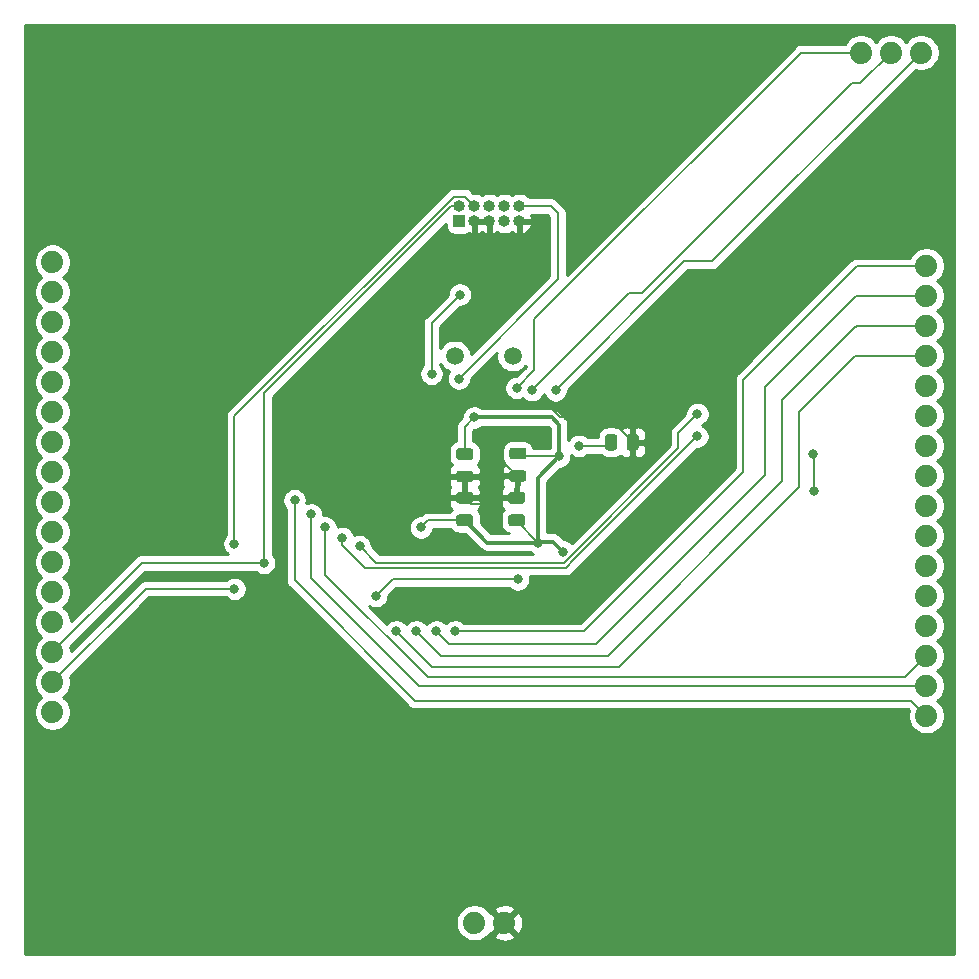
<source format=gbr>
%TF.GenerationSoftware,KiCad,Pcbnew,(5.1.9)-1*%
%TF.CreationDate,2021-02-25T22:56:50-07:00*%
%TF.ProjectId,Avionics_Computer,4176696f-6e69-4637-935f-436f6d707574,rev?*%
%TF.SameCoordinates,Original*%
%TF.FileFunction,Copper,L2,Bot*%
%TF.FilePolarity,Positive*%
%FSLAX46Y46*%
G04 Gerber Fmt 4.6, Leading zero omitted, Abs format (unit mm)*
G04 Created by KiCad (PCBNEW (5.1.9)-1) date 2021-02-25 22:56:50*
%MOMM*%
%LPD*%
G01*
G04 APERTURE LIST*
%TA.AperFunction,ComponentPad*%
%ADD10C,1.500000*%
%TD*%
%TA.AperFunction,ComponentPad*%
%ADD11C,1.879600*%
%TD*%
%TA.AperFunction,ComponentPad*%
%ADD12O,1.000000X1.000000*%
%TD*%
%TA.AperFunction,ComponentPad*%
%ADD13R,1.000000X1.000000*%
%TD*%
%TA.AperFunction,ViaPad*%
%ADD14C,0.800000*%
%TD*%
%TA.AperFunction,Conductor*%
%ADD15C,0.210000*%
%TD*%
%TA.AperFunction,Conductor*%
%ADD16C,0.300000*%
%TD*%
%TA.AperFunction,Conductor*%
%ADD17C,0.254000*%
%TD*%
%TA.AperFunction,Conductor*%
%ADD18C,0.100000*%
%TD*%
G04 APERTURE END LIST*
D10*
%TO.P,Y1,2*%
%TO.N,PD1-OSC_OUT*%
X142073000Y-90689000D03*
%TO.P,Y1,1*%
%TO.N,PD0-OSC_IN*%
X146973000Y-90689000D03*
%TD*%
%TO.P,R1,2*%
%TO.N,GND*%
%TA.AperFunction,SMDPad,CuDef*%
G36*
G01*
X156612500Y-98450001D02*
X156612500Y-97549999D01*
G75*
G02*
X156862499Y-97300000I249999J0D01*
G01*
X157387501Y-97300000D01*
G75*
G02*
X157637500Y-97549999I0J-249999D01*
G01*
X157637500Y-98450001D01*
G75*
G02*
X157387501Y-98700000I-249999J0D01*
G01*
X156862499Y-98700000D01*
G75*
G02*
X156612500Y-98450001I0J249999D01*
G01*
G37*
%TD.AperFunction*%
%TO.P,R1,1*%
%TO.N,Net-(R1-Pad1)*%
%TA.AperFunction,SMDPad,CuDef*%
G36*
G01*
X154787500Y-98450001D02*
X154787500Y-97549999D01*
G75*
G02*
X155037499Y-97300000I249999J0D01*
G01*
X155562501Y-97300000D01*
G75*
G02*
X155812500Y-97549999I0J-249999D01*
G01*
X155812500Y-98450001D01*
G75*
G02*
X155562501Y-98700000I-249999J0D01*
G01*
X155037499Y-98700000D01*
G75*
G02*
X154787500Y-98450001I0J249999D01*
G01*
G37*
%TD.AperFunction*%
%TD*%
D11*
%TO.P,J5,2*%
%TO.N,VCC*%
X143722000Y-138685000D03*
%TO.P,J5,1*%
%TO.N,GND*%
X146262000Y-138685000D03*
%TD*%
%TO.P,J4,3*%
%TO.N,PC13*%
X181540000Y-65000000D03*
%TO.P,J4,2*%
%TO.N,PC14*%
X179000000Y-65000000D03*
%TO.P,J4,1*%
%TO.N,PC15*%
X176460000Y-65000000D03*
%TD*%
%TO.P,J3,16*%
%TO.N,PB15*%
X182000000Y-83060000D03*
%TO.P,J3,15*%
%TO.N,PB14*%
X182000000Y-85600000D03*
%TO.P,J3,14*%
%TO.N,PB13*%
X182000000Y-88140000D03*
%TO.P,J3,13*%
%TO.N,PB12*%
X182000000Y-90680000D03*
%TO.P,J3,12*%
%TO.N,PB11*%
X182000000Y-93220000D03*
%TO.P,J3,11*%
%TO.N,PB10*%
X182000000Y-95760000D03*
%TO.P,J3,10*%
%TO.N,PB9*%
X182000000Y-98300000D03*
%TO.P,J3,9*%
%TO.N,PB8*%
X182000000Y-100840000D03*
%TO.P,J3,8*%
%TO.N,PB7*%
X182000000Y-103380000D03*
%TO.P,J3,7*%
%TO.N,PB6*%
X182000000Y-105920000D03*
%TO.P,J3,6*%
%TO.N,PB5*%
X182000000Y-108460000D03*
%TO.P,J3,5*%
%TO.N,PB4*%
X182000000Y-111000000D03*
%TO.P,J3,4*%
%TO.N,PB3*%
X182000000Y-113540000D03*
%TO.P,J3,3*%
%TO.N,PB2*%
X182000000Y-116080000D03*
%TO.P,J3,2*%
%TO.N,PB1*%
X182000000Y-118620000D03*
%TO.P,J3,1*%
%TO.N,PB0*%
X182000000Y-121160000D03*
%TD*%
%TO.P,J2,16*%
%TO.N,PA15*%
X108000000Y-120840000D03*
%TO.P,J2,15*%
%TO.N,PA14-SWD_CLK*%
X108000000Y-118300000D03*
%TO.P,J2,14*%
%TO.N,PA13-SWD_IO*%
X108000000Y-115760000D03*
%TO.P,J2,13*%
%TO.N,PA12*%
X108000000Y-113220000D03*
%TO.P,J2,12*%
%TO.N,PA11*%
X108000000Y-110680000D03*
%TO.P,J2,11*%
%TO.N,PA10*%
X108000000Y-108140000D03*
%TO.P,J2,10*%
%TO.N,PA9*%
X108000000Y-105600000D03*
%TO.P,J2,9*%
%TO.N,PA8*%
X108000000Y-103060000D03*
%TO.P,J2,8*%
%TO.N,PA7*%
X108000000Y-100520000D03*
%TO.P,J2,7*%
%TO.N,PA6*%
X108000000Y-97980000D03*
%TO.P,J2,6*%
%TO.N,PA5*%
X108000000Y-95440000D03*
%TO.P,J2,5*%
%TO.N,PA4*%
X108000000Y-92900000D03*
%TO.P,J2,4*%
%TO.N,PA3*%
X108000000Y-90360000D03*
%TO.P,J2,3*%
%TO.N,PA2*%
X108000000Y-87820000D03*
%TO.P,J2,2*%
%TO.N,PA1*%
X108000000Y-85280000D03*
%TO.P,J2,1*%
%TO.N,PA0*%
X108000000Y-82740000D03*
%TD*%
D12*
%TO.P,J1,10*%
%TO.N,RESET*%
X147540000Y-78000000D03*
%TO.P,J1,9*%
%TO.N,GND*%
X147540000Y-79270000D03*
%TO.P,J1,8*%
%TO.N,Net-(J1-Pad8)*%
X146270000Y-78000000D03*
%TO.P,J1,7*%
%TO.N,Net-(J1-Pad7)*%
X146270000Y-79270000D03*
%TO.P,J1,6*%
%TO.N,Net-(J1-Pad6)*%
X145000000Y-78000000D03*
%TO.P,J1,5*%
%TO.N,GND*%
X145000000Y-79270000D03*
%TO.P,J1,4*%
%TO.N,PA14-SWD_CLK*%
X143730000Y-78000000D03*
%TO.P,J1,3*%
%TO.N,GND*%
X143730000Y-79270000D03*
%TO.P,J1,2*%
%TO.N,PA13-SWD_IO*%
X142460000Y-78000000D03*
D13*
%TO.P,J1,1*%
%TO.N,+3V3*%
X142460000Y-79270000D03*
%TD*%
%TO.P,C9,2*%
%TO.N,GND*%
%TA.AperFunction,SMDPad,CuDef*%
G36*
G01*
X143375000Y-103200000D02*
X142425000Y-103200000D01*
G75*
G02*
X142175000Y-102950000I0J250000D01*
G01*
X142175000Y-102450000D01*
G75*
G02*
X142425000Y-102200000I250000J0D01*
G01*
X143375000Y-102200000D01*
G75*
G02*
X143625000Y-102450000I0J-250000D01*
G01*
X143625000Y-102950000D01*
G75*
G02*
X143375000Y-103200000I-250000J0D01*
G01*
G37*
%TD.AperFunction*%
%TO.P,C9,1*%
%TO.N,+3V3*%
%TA.AperFunction,SMDPad,CuDef*%
G36*
G01*
X143375000Y-105100000D02*
X142425000Y-105100000D01*
G75*
G02*
X142175000Y-104850000I0J250000D01*
G01*
X142175000Y-104350000D01*
G75*
G02*
X142425000Y-104100000I250000J0D01*
G01*
X143375000Y-104100000D01*
G75*
G02*
X143625000Y-104350000I0J-250000D01*
G01*
X143625000Y-104850000D01*
G75*
G02*
X143375000Y-105100000I-250000J0D01*
G01*
G37*
%TD.AperFunction*%
%TD*%
%TO.P,C8,2*%
%TO.N,GND*%
%TA.AperFunction,SMDPad,CuDef*%
G36*
G01*
X146925000Y-100350000D02*
X147875000Y-100350000D01*
G75*
G02*
X148125000Y-100600000I0J-250000D01*
G01*
X148125000Y-101100000D01*
G75*
G02*
X147875000Y-101350000I-250000J0D01*
G01*
X146925000Y-101350000D01*
G75*
G02*
X146675000Y-101100000I0J250000D01*
G01*
X146675000Y-100600000D01*
G75*
G02*
X146925000Y-100350000I250000J0D01*
G01*
G37*
%TD.AperFunction*%
%TO.P,C8,1*%
%TO.N,+3V3*%
%TA.AperFunction,SMDPad,CuDef*%
G36*
G01*
X146925000Y-98450000D02*
X147875000Y-98450000D01*
G75*
G02*
X148125000Y-98700000I0J-250000D01*
G01*
X148125000Y-99200000D01*
G75*
G02*
X147875000Y-99450000I-250000J0D01*
G01*
X146925000Y-99450000D01*
G75*
G02*
X146675000Y-99200000I0J250000D01*
G01*
X146675000Y-98700000D01*
G75*
G02*
X146925000Y-98450000I250000J0D01*
G01*
G37*
%TD.AperFunction*%
%TD*%
%TO.P,C7,2*%
%TO.N,GND*%
%TA.AperFunction,SMDPad,CuDef*%
G36*
G01*
X147775000Y-103200000D02*
X146825000Y-103200000D01*
G75*
G02*
X146575000Y-102950000I0J250000D01*
G01*
X146575000Y-102450000D01*
G75*
G02*
X146825000Y-102200000I250000J0D01*
G01*
X147775000Y-102200000D01*
G75*
G02*
X148025000Y-102450000I0J-250000D01*
G01*
X148025000Y-102950000D01*
G75*
G02*
X147775000Y-103200000I-250000J0D01*
G01*
G37*
%TD.AperFunction*%
%TO.P,C7,1*%
%TO.N,+3V3*%
%TA.AperFunction,SMDPad,CuDef*%
G36*
G01*
X147775000Y-105100000D02*
X146825000Y-105100000D01*
G75*
G02*
X146575000Y-104850000I0J250000D01*
G01*
X146575000Y-104350000D01*
G75*
G02*
X146825000Y-104100000I250000J0D01*
G01*
X147775000Y-104100000D01*
G75*
G02*
X148025000Y-104350000I0J-250000D01*
G01*
X148025000Y-104850000D01*
G75*
G02*
X147775000Y-105100000I-250000J0D01*
G01*
G37*
%TD.AperFunction*%
%TD*%
%TO.P,C6,2*%
%TO.N,GND*%
%TA.AperFunction,SMDPad,CuDef*%
G36*
G01*
X142425000Y-100400000D02*
X143375000Y-100400000D01*
G75*
G02*
X143625000Y-100650000I0J-250000D01*
G01*
X143625000Y-101150000D01*
G75*
G02*
X143375000Y-101400000I-250000J0D01*
G01*
X142425000Y-101400000D01*
G75*
G02*
X142175000Y-101150000I0J250000D01*
G01*
X142175000Y-100650000D01*
G75*
G02*
X142425000Y-100400000I250000J0D01*
G01*
G37*
%TD.AperFunction*%
%TO.P,C6,1*%
%TO.N,+3V3*%
%TA.AperFunction,SMDPad,CuDef*%
G36*
G01*
X142425000Y-98500000D02*
X143375000Y-98500000D01*
G75*
G02*
X143625000Y-98750000I0J-250000D01*
G01*
X143625000Y-99250000D01*
G75*
G02*
X143375000Y-99500000I-250000J0D01*
G01*
X142425000Y-99500000D01*
G75*
G02*
X142175000Y-99250000I0J250000D01*
G01*
X142175000Y-98750000D01*
G75*
G02*
X142425000Y-98500000I250000J0D01*
G01*
G37*
%TD.AperFunction*%
%TD*%
D14*
%TO.N,GND*%
X145600000Y-104600000D03*
X145800000Y-99800000D03*
X144500000Y-103200000D03*
X153700000Y-95900000D03*
X130500000Y-92000000D03*
X153300000Y-105000000D03*
X147800000Y-126000000D03*
X151300000Y-126000000D03*
%TO.N,+3V3*%
X149100000Y-106500000D03*
X143700000Y-95900000D03*
X150900000Y-99200000D03*
X139200000Y-105200000D03*
X151261569Y-107261569D03*
X142500000Y-85500000D03*
X140100000Y-92200000D03*
%TO.N,RESET*%
X142400000Y-92600000D03*
%TO.N,PA14-SWD_CLK*%
X123400000Y-106600000D03*
X123400000Y-110400000D03*
%TO.N,PA13-SWD_IO*%
X147400000Y-109600000D03*
X135400000Y-111000000D03*
X125900000Y-108200000D03*
%TO.N,PB15*%
X142100000Y-114000000D03*
%TO.N,PB14*%
X140500000Y-114000000D03*
%TO.N,PB13*%
X138800000Y-114000000D03*
%TO.N,PB12*%
X137100000Y-114000000D03*
%TO.N,PB11*%
X134000000Y-106800000D03*
X162600000Y-95600000D03*
%TO.N,PB10*%
X132500000Y-106100000D03*
X162600000Y-97500000D03*
%TO.N,PB2*%
X131100000Y-105200000D03*
%TO.N,PB1*%
X129900000Y-104100000D03*
%TO.N,PB0*%
X128500000Y-102900000D03*
%TO.N,PC13*%
X150600000Y-93600000D03*
%TO.N,PC14*%
X148600000Y-93600000D03*
%TO.N,PC15*%
X147300000Y-93400000D03*
%TO.N,Net-(R1-Pad1)*%
X172500000Y-102100000D03*
X172400000Y-99000000D03*
X152600000Y-98300000D03*
%TD*%
D15*
%TO.N,GND*%
X142900000Y-102700000D02*
X142900000Y-100900000D01*
X147300000Y-100950000D02*
X147400000Y-100850000D01*
X147300000Y-102700000D02*
X147300000Y-100950000D01*
X147350000Y-100900000D02*
X147400000Y-100850000D01*
X142900000Y-100900000D02*
X147350000Y-100900000D01*
X145600000Y-104600000D02*
X145600000Y-103400000D01*
X146300000Y-102700000D02*
X147300000Y-102700000D01*
X145600000Y-103400000D02*
X146300000Y-102700000D01*
X146350000Y-99800000D02*
X147400000Y-100850000D01*
X145800000Y-99800000D02*
X146350000Y-99800000D01*
X143400000Y-103200000D02*
X142900000Y-102700000D01*
X144500000Y-103200000D02*
X143400000Y-103200000D01*
X153727500Y-95927500D02*
X153700000Y-95900000D01*
X153700000Y-95900000D02*
X151900000Y-95900000D01*
X150943480Y-95900000D02*
X149643480Y-94600000D01*
X151900000Y-95900000D02*
X150943480Y-95900000D01*
X133100000Y-94600000D02*
X130500000Y-92000000D01*
X149643480Y-94600000D02*
X133100000Y-94600000D01*
X155025000Y-95900000D02*
X153700000Y-95900000D01*
X157125000Y-98000000D02*
X155025000Y-95900000D01*
X153300000Y-105000000D02*
X153300000Y-104200000D01*
X157125000Y-100375000D02*
X157125000Y-98000000D01*
X153300000Y-104200000D02*
X157125000Y-100375000D01*
X147800000Y-126000000D02*
X151300000Y-126000000D01*
%TO.N,+3V3*%
X147300000Y-104700000D02*
X147300000Y-104600000D01*
X149100000Y-106500000D02*
X147300000Y-104700000D01*
X142900000Y-96700000D02*
X142900000Y-99000000D01*
X143700000Y-95900000D02*
X142900000Y-96700000D01*
X147650000Y-99200000D02*
X147400000Y-98950000D01*
X150900000Y-99200000D02*
X147650000Y-99200000D01*
X139800000Y-104600000D02*
X142900000Y-104600000D01*
X139200000Y-105200000D02*
X139800000Y-104600000D01*
D16*
X151261569Y-107261569D02*
X150400000Y-106400000D01*
X149200000Y-106400000D02*
X149100000Y-106500000D01*
X150400000Y-106400000D02*
X149200000Y-106400000D01*
X149100000Y-101000000D02*
X150900000Y-99200000D01*
X149100000Y-106500000D02*
X149100000Y-101000000D01*
X144800000Y-106500000D02*
X142900000Y-104600000D01*
X149100000Y-106500000D02*
X144800000Y-106500000D01*
X143700000Y-95900000D02*
X150300000Y-95900000D01*
X150900000Y-96500000D02*
X150900000Y-99200000D01*
X150300000Y-95900000D02*
X150900000Y-96500000D01*
D15*
X140100000Y-87900000D02*
X140100000Y-92200000D01*
X142500000Y-85500000D02*
X140100000Y-87900000D01*
%TO.N,RESET*%
X142400000Y-92600000D02*
X150800000Y-84200000D01*
X150800000Y-84200000D02*
X150800000Y-78600000D01*
X150200000Y-78000000D02*
X147540000Y-78000000D01*
X150800000Y-78600000D02*
X150200000Y-78000000D01*
%TO.N,PA14-SWD_CLK*%
X141978054Y-77194999D02*
X123400000Y-95773053D01*
X142924999Y-77194999D02*
X141978054Y-77194999D01*
X123400000Y-95773053D02*
X123400000Y-106600000D01*
X143730000Y-78000000D02*
X142924999Y-77194999D01*
X115900000Y-110400000D02*
X108000000Y-118300000D01*
X123400000Y-110400000D02*
X115900000Y-110400000D01*
%TO.N,PA13-SWD_IO*%
X136800000Y-109600000D02*
X135400000Y-111000000D01*
X147400000Y-109600000D02*
X136800000Y-109600000D01*
X115560000Y-108200000D02*
X108000000Y-115760000D01*
X125900000Y-108200000D02*
X115560000Y-108200000D01*
X125900000Y-93852894D02*
X125900000Y-108200000D01*
X141752894Y-78000000D02*
X125900000Y-93852894D01*
X142460000Y-78000000D02*
X141752894Y-78000000D01*
%TO.N,PB15*%
X166500000Y-92700000D02*
X176100000Y-83100000D01*
X166500000Y-100500000D02*
X166500000Y-92700000D01*
X153000000Y-114000000D02*
X166500000Y-100500000D01*
X142100000Y-114000000D02*
X153000000Y-114000000D01*
X181960000Y-83100000D02*
X182000000Y-83060000D01*
X176100000Y-83100000D02*
X181960000Y-83100000D01*
%TO.N,PB14*%
X168300000Y-100800000D02*
X168300000Y-93300000D01*
X168300000Y-93300000D02*
X176000000Y-85600000D01*
X154000000Y-115100000D02*
X168300000Y-100800000D01*
X141600000Y-115100000D02*
X154000000Y-115100000D01*
X140500000Y-114000000D02*
X141600000Y-115100000D01*
X176000000Y-85600000D02*
X182000000Y-85600000D01*
%TO.N,PB13*%
X169800000Y-101300000D02*
X169800000Y-94400000D01*
X155000000Y-116100000D02*
X169800000Y-101300000D01*
X140900000Y-116100000D02*
X155000000Y-116100000D01*
X138800000Y-114000000D02*
X140900000Y-116100000D01*
X176060000Y-88140000D02*
X175950000Y-88250000D01*
X182000000Y-88140000D02*
X176060000Y-88140000D01*
X175950000Y-88250000D02*
X176000000Y-88200000D01*
X169800000Y-94400000D02*
X175950000Y-88250000D01*
%TO.N,PB12*%
X140100000Y-117000000D02*
X137100000Y-114000000D01*
X171200000Y-101800000D02*
X156000000Y-117000000D01*
X171200000Y-95400000D02*
X171200000Y-101800000D01*
X175920000Y-90680000D02*
X171200000Y-95400000D01*
X156000000Y-117000000D02*
X140100000Y-117000000D01*
X182000000Y-90680000D02*
X175920000Y-90680000D01*
%TO.N,PB11*%
X161000000Y-97200000D02*
X162600000Y-95600000D01*
X161000000Y-98520160D02*
X161000000Y-97200000D01*
X135400000Y-108200000D02*
X151320160Y-108200000D01*
X151320160Y-108200000D02*
X161000000Y-98520160D01*
X134000000Y-106800000D02*
X135400000Y-108200000D01*
%TO.N,PB10*%
X152200000Y-107900000D02*
X162600000Y-97500000D01*
X151489990Y-108610010D02*
X152200000Y-107900000D01*
X134444325Y-108610010D02*
X151489990Y-108610010D01*
X132500000Y-106665685D02*
X134444325Y-108610010D01*
X132500000Y-106100000D02*
X132500000Y-106665685D01*
%TO.N,PB2*%
X180180000Y-117900000D02*
X182000000Y-116080000D01*
X139800000Y-117900000D02*
X180180000Y-117900000D01*
X131100000Y-109200000D02*
X139800000Y-117900000D01*
X131100000Y-105200000D02*
X131100000Y-109200000D01*
%TO.N,PB1*%
X139020000Y-118620000D02*
X182000000Y-118620000D01*
X129900000Y-109500000D02*
X139020000Y-118620000D01*
X129900000Y-104100000D02*
X129900000Y-109500000D01*
%TO.N,PB0*%
X180704801Y-119864801D02*
X182000000Y-121160000D01*
X138664801Y-119864801D02*
X180704801Y-119864801D01*
X128500000Y-109700000D02*
X138664801Y-119864801D01*
X128500000Y-102900000D02*
X128500000Y-109700000D01*
%TO.N,PC13*%
X163850010Y-82689990D02*
X181540000Y-65000000D01*
X161510010Y-82689990D02*
X163850010Y-82689990D01*
X150600000Y-93600000D02*
X161510010Y-82689990D01*
%TO.N,PC14*%
X148600000Y-93600000D02*
X156800000Y-85400000D01*
X157902306Y-85400000D02*
X175702306Y-67600000D01*
X156800000Y-85400000D02*
X157902306Y-85400000D01*
X176400000Y-67600000D02*
X179000000Y-65000000D01*
X175702306Y-67600000D02*
X176400000Y-67600000D01*
%TO.N,PC15*%
X147300000Y-93400000D02*
X148800000Y-91900000D01*
X148800000Y-91900000D02*
X148800000Y-87600000D01*
X171400000Y-65000000D02*
X176460000Y-65000000D01*
X148800000Y-87600000D02*
X171400000Y-65000000D01*
%TO.N,Net-(R1-Pad1)*%
X172500000Y-99100000D02*
X172400000Y-99000000D01*
X172500000Y-102100000D02*
X172500000Y-99100000D01*
X155000000Y-98300000D02*
X155300000Y-98000000D01*
X152600000Y-98300000D02*
X155000000Y-98300000D01*
%TD*%
D17*
%TO.N,GND*%
X184340001Y-141340000D02*
X105660000Y-141340000D01*
X105660000Y-138529896D01*
X142147200Y-138529896D01*
X142147200Y-138840104D01*
X142207718Y-139144352D01*
X142326430Y-139430948D01*
X142498773Y-139688877D01*
X142718123Y-139908227D01*
X142976052Y-140080570D01*
X143262648Y-140199282D01*
X143566896Y-140259800D01*
X143877104Y-140259800D01*
X144181352Y-140199282D01*
X144467948Y-140080570D01*
X144725877Y-139908227D01*
X144856628Y-139777476D01*
X145349129Y-139777476D01*
X145437623Y-140035723D01*
X145716976Y-140170597D01*
X146017275Y-140248381D01*
X146326977Y-140266084D01*
X146634184Y-140223027D01*
X146927086Y-140120865D01*
X147086377Y-140035723D01*
X147174871Y-139777476D01*
X146262000Y-138864605D01*
X145349129Y-139777476D01*
X144856628Y-139777476D01*
X144945227Y-139688877D01*
X145036495Y-139552286D01*
X145169524Y-139597871D01*
X146082395Y-138685000D01*
X146441605Y-138685000D01*
X147354476Y-139597871D01*
X147612723Y-139509377D01*
X147747597Y-139230024D01*
X147825381Y-138929725D01*
X147843084Y-138620023D01*
X147800027Y-138312816D01*
X147697865Y-138019914D01*
X147612723Y-137860623D01*
X147354476Y-137772129D01*
X146441605Y-138685000D01*
X146082395Y-138685000D01*
X145169524Y-137772129D01*
X145036495Y-137817714D01*
X144945227Y-137681123D01*
X144856628Y-137592524D01*
X145349129Y-137592524D01*
X146262000Y-138505395D01*
X147174871Y-137592524D01*
X147086377Y-137334277D01*
X146807024Y-137199403D01*
X146506725Y-137121619D01*
X146197023Y-137103916D01*
X145889816Y-137146973D01*
X145596914Y-137249135D01*
X145437623Y-137334277D01*
X145349129Y-137592524D01*
X144856628Y-137592524D01*
X144725877Y-137461773D01*
X144467948Y-137289430D01*
X144181352Y-137170718D01*
X143877104Y-137110200D01*
X143566896Y-137110200D01*
X143262648Y-137170718D01*
X142976052Y-137289430D01*
X142718123Y-137461773D01*
X142498773Y-137681123D01*
X142326430Y-137939052D01*
X142207718Y-138225648D01*
X142147200Y-138529896D01*
X105660000Y-138529896D01*
X105660000Y-82584896D01*
X106425200Y-82584896D01*
X106425200Y-82895104D01*
X106485718Y-83199352D01*
X106604430Y-83485948D01*
X106776773Y-83743877D01*
X106996123Y-83963227D01*
X107066124Y-84010000D01*
X106996123Y-84056773D01*
X106776773Y-84276123D01*
X106604430Y-84534052D01*
X106485718Y-84820648D01*
X106425200Y-85124896D01*
X106425200Y-85435104D01*
X106485718Y-85739352D01*
X106604430Y-86025948D01*
X106776773Y-86283877D01*
X106996123Y-86503227D01*
X107066124Y-86550000D01*
X106996123Y-86596773D01*
X106776773Y-86816123D01*
X106604430Y-87074052D01*
X106485718Y-87360648D01*
X106425200Y-87664896D01*
X106425200Y-87975104D01*
X106485718Y-88279352D01*
X106604430Y-88565948D01*
X106776773Y-88823877D01*
X106996123Y-89043227D01*
X107066124Y-89090000D01*
X106996123Y-89136773D01*
X106776773Y-89356123D01*
X106604430Y-89614052D01*
X106485718Y-89900648D01*
X106425200Y-90204896D01*
X106425200Y-90515104D01*
X106485718Y-90819352D01*
X106604430Y-91105948D01*
X106776773Y-91363877D01*
X106996123Y-91583227D01*
X107066124Y-91630000D01*
X106996123Y-91676773D01*
X106776773Y-91896123D01*
X106604430Y-92154052D01*
X106485718Y-92440648D01*
X106425200Y-92744896D01*
X106425200Y-93055104D01*
X106485718Y-93359352D01*
X106604430Y-93645948D01*
X106776773Y-93903877D01*
X106996123Y-94123227D01*
X107066124Y-94170000D01*
X106996123Y-94216773D01*
X106776773Y-94436123D01*
X106604430Y-94694052D01*
X106485718Y-94980648D01*
X106425200Y-95284896D01*
X106425200Y-95595104D01*
X106485718Y-95899352D01*
X106604430Y-96185948D01*
X106776773Y-96443877D01*
X106996123Y-96663227D01*
X107066124Y-96710000D01*
X106996123Y-96756773D01*
X106776773Y-96976123D01*
X106604430Y-97234052D01*
X106485718Y-97520648D01*
X106425200Y-97824896D01*
X106425200Y-98135104D01*
X106485718Y-98439352D01*
X106604430Y-98725948D01*
X106776773Y-98983877D01*
X106996123Y-99203227D01*
X107066124Y-99250000D01*
X106996123Y-99296773D01*
X106776773Y-99516123D01*
X106604430Y-99774052D01*
X106485718Y-100060648D01*
X106425200Y-100364896D01*
X106425200Y-100675104D01*
X106485718Y-100979352D01*
X106604430Y-101265948D01*
X106776773Y-101523877D01*
X106996123Y-101743227D01*
X107066124Y-101790000D01*
X106996123Y-101836773D01*
X106776773Y-102056123D01*
X106604430Y-102314052D01*
X106485718Y-102600648D01*
X106425200Y-102904896D01*
X106425200Y-103215104D01*
X106485718Y-103519352D01*
X106604430Y-103805948D01*
X106776773Y-104063877D01*
X106996123Y-104283227D01*
X107066124Y-104330000D01*
X106996123Y-104376773D01*
X106776773Y-104596123D01*
X106604430Y-104854052D01*
X106485718Y-105140648D01*
X106425200Y-105444896D01*
X106425200Y-105755104D01*
X106485718Y-106059352D01*
X106604430Y-106345948D01*
X106776773Y-106603877D01*
X106996123Y-106823227D01*
X107066124Y-106870000D01*
X106996123Y-106916773D01*
X106776773Y-107136123D01*
X106604430Y-107394052D01*
X106485718Y-107680648D01*
X106425200Y-107984896D01*
X106425200Y-108295104D01*
X106485718Y-108599352D01*
X106604430Y-108885948D01*
X106776773Y-109143877D01*
X106996123Y-109363227D01*
X107066124Y-109410000D01*
X106996123Y-109456773D01*
X106776773Y-109676123D01*
X106604430Y-109934052D01*
X106485718Y-110220648D01*
X106425200Y-110524896D01*
X106425200Y-110835104D01*
X106485718Y-111139352D01*
X106604430Y-111425948D01*
X106776773Y-111683877D01*
X106996123Y-111903227D01*
X107066124Y-111950000D01*
X106996123Y-111996773D01*
X106776773Y-112216123D01*
X106604430Y-112474052D01*
X106485718Y-112760648D01*
X106425200Y-113064896D01*
X106425200Y-113375104D01*
X106485718Y-113679352D01*
X106604430Y-113965948D01*
X106776773Y-114223877D01*
X106996123Y-114443227D01*
X107066124Y-114490000D01*
X106996123Y-114536773D01*
X106776773Y-114756123D01*
X106604430Y-115014052D01*
X106485718Y-115300648D01*
X106425200Y-115604896D01*
X106425200Y-115915104D01*
X106485718Y-116219352D01*
X106604430Y-116505948D01*
X106776773Y-116763877D01*
X106996123Y-116983227D01*
X107066124Y-117030000D01*
X106996123Y-117076773D01*
X106776773Y-117296123D01*
X106604430Y-117554052D01*
X106485718Y-117840648D01*
X106425200Y-118144896D01*
X106425200Y-118455104D01*
X106485718Y-118759352D01*
X106604430Y-119045948D01*
X106776773Y-119303877D01*
X106996123Y-119523227D01*
X107066124Y-119570000D01*
X106996123Y-119616773D01*
X106776773Y-119836123D01*
X106604430Y-120094052D01*
X106485718Y-120380648D01*
X106425200Y-120684896D01*
X106425200Y-120995104D01*
X106485718Y-121299352D01*
X106604430Y-121585948D01*
X106776773Y-121843877D01*
X106996123Y-122063227D01*
X107254052Y-122235570D01*
X107540648Y-122354282D01*
X107844896Y-122414800D01*
X108155104Y-122414800D01*
X108459352Y-122354282D01*
X108745948Y-122235570D01*
X109003877Y-122063227D01*
X109223227Y-121843877D01*
X109395570Y-121585948D01*
X109514282Y-121299352D01*
X109574800Y-120995104D01*
X109574800Y-120684896D01*
X109514282Y-120380648D01*
X109395570Y-120094052D01*
X109223227Y-119836123D01*
X109003877Y-119616773D01*
X108933876Y-119570000D01*
X109003877Y-119523227D01*
X109223227Y-119303877D01*
X109395570Y-119045948D01*
X109514282Y-118759352D01*
X109574800Y-118455104D01*
X109574800Y-118144896D01*
X109514282Y-117840648D01*
X109511818Y-117834699D01*
X116206518Y-111140000D01*
X122676289Y-111140000D01*
X122740226Y-111203937D01*
X122909744Y-111317205D01*
X123098102Y-111395226D01*
X123298061Y-111435000D01*
X123501939Y-111435000D01*
X123701898Y-111395226D01*
X123890256Y-111317205D01*
X124059774Y-111203937D01*
X124203937Y-111059774D01*
X124317205Y-110890256D01*
X124395226Y-110701898D01*
X124435000Y-110501939D01*
X124435000Y-110298061D01*
X124395226Y-110098102D01*
X124317205Y-109909744D01*
X124203937Y-109740226D01*
X124059774Y-109596063D01*
X123890256Y-109482795D01*
X123701898Y-109404774D01*
X123501939Y-109365000D01*
X123298061Y-109365000D01*
X123098102Y-109404774D01*
X122909744Y-109482795D01*
X122740226Y-109596063D01*
X122676289Y-109660000D01*
X115936339Y-109660000D01*
X115899999Y-109656421D01*
X115863659Y-109660000D01*
X115863653Y-109660000D01*
X115770170Y-109669207D01*
X115754934Y-109670708D01*
X115713665Y-109683227D01*
X115615444Y-109713022D01*
X115486889Y-109781736D01*
X115442380Y-109818264D01*
X115402442Y-109851040D01*
X115402440Y-109851042D01*
X115374210Y-109874210D01*
X115351042Y-109902440D01*
X109574800Y-115678683D01*
X109574800Y-115604896D01*
X109514282Y-115300648D01*
X109511818Y-115294699D01*
X115866518Y-108940000D01*
X125176289Y-108940000D01*
X125240226Y-109003937D01*
X125409744Y-109117205D01*
X125598102Y-109195226D01*
X125798061Y-109235000D01*
X126001939Y-109235000D01*
X126201898Y-109195226D01*
X126390256Y-109117205D01*
X126559774Y-109003937D01*
X126703937Y-108859774D01*
X126817205Y-108690256D01*
X126895226Y-108501898D01*
X126935000Y-108301939D01*
X126935000Y-108098061D01*
X126895226Y-107898102D01*
X126817205Y-107709744D01*
X126703937Y-107540226D01*
X126640000Y-107476289D01*
X126640000Y-102798061D01*
X127465000Y-102798061D01*
X127465000Y-103001939D01*
X127504774Y-103201898D01*
X127582795Y-103390256D01*
X127696063Y-103559774D01*
X127760000Y-103623711D01*
X127760001Y-109663650D01*
X127756421Y-109700000D01*
X127770708Y-109845065D01*
X127813022Y-109984555D01*
X127828286Y-110013111D01*
X127881737Y-110113111D01*
X127922008Y-110162181D01*
X127951040Y-110197557D01*
X127951043Y-110197560D01*
X127974211Y-110225790D01*
X128002441Y-110248958D01*
X138115843Y-120362361D01*
X138139011Y-120390591D01*
X138251690Y-120483065D01*
X138380245Y-120551779D01*
X138519736Y-120594093D01*
X138628454Y-120604801D01*
X138628463Y-120604801D01*
X138664800Y-120608380D01*
X138701137Y-120604801D01*
X180398284Y-120604801D01*
X180488182Y-120694699D01*
X180485718Y-120700648D01*
X180425200Y-121004896D01*
X180425200Y-121315104D01*
X180485718Y-121619352D01*
X180604430Y-121905948D01*
X180776773Y-122163877D01*
X180996123Y-122383227D01*
X181254052Y-122555570D01*
X181540648Y-122674282D01*
X181844896Y-122734800D01*
X182155104Y-122734800D01*
X182459352Y-122674282D01*
X182745948Y-122555570D01*
X183003877Y-122383227D01*
X183223227Y-122163877D01*
X183395570Y-121905948D01*
X183514282Y-121619352D01*
X183574800Y-121315104D01*
X183574800Y-121004896D01*
X183514282Y-120700648D01*
X183395570Y-120414052D01*
X183223227Y-120156123D01*
X183003877Y-119936773D01*
X182933876Y-119890000D01*
X183003877Y-119843227D01*
X183223227Y-119623877D01*
X183395570Y-119365948D01*
X183514282Y-119079352D01*
X183574800Y-118775104D01*
X183574800Y-118464896D01*
X183514282Y-118160648D01*
X183395570Y-117874052D01*
X183223227Y-117616123D01*
X183003877Y-117396773D01*
X182933876Y-117350000D01*
X183003877Y-117303227D01*
X183223227Y-117083877D01*
X183395570Y-116825948D01*
X183514282Y-116539352D01*
X183574800Y-116235104D01*
X183574800Y-115924896D01*
X183514282Y-115620648D01*
X183395570Y-115334052D01*
X183223227Y-115076123D01*
X183003877Y-114856773D01*
X182933876Y-114810000D01*
X183003877Y-114763227D01*
X183223227Y-114543877D01*
X183395570Y-114285948D01*
X183514282Y-113999352D01*
X183574800Y-113695104D01*
X183574800Y-113384896D01*
X183514282Y-113080648D01*
X183395570Y-112794052D01*
X183223227Y-112536123D01*
X183003877Y-112316773D01*
X182933876Y-112270000D01*
X183003877Y-112223227D01*
X183223227Y-112003877D01*
X183395570Y-111745948D01*
X183514282Y-111459352D01*
X183574800Y-111155104D01*
X183574800Y-110844896D01*
X183514282Y-110540648D01*
X183395570Y-110254052D01*
X183223227Y-109996123D01*
X183003877Y-109776773D01*
X182933876Y-109730000D01*
X183003877Y-109683227D01*
X183223227Y-109463877D01*
X183395570Y-109205948D01*
X183514282Y-108919352D01*
X183574800Y-108615104D01*
X183574800Y-108304896D01*
X183514282Y-108000648D01*
X183395570Y-107714052D01*
X183223227Y-107456123D01*
X183003877Y-107236773D01*
X182933876Y-107190000D01*
X183003877Y-107143227D01*
X183223227Y-106923877D01*
X183395570Y-106665948D01*
X183514282Y-106379352D01*
X183574800Y-106075104D01*
X183574800Y-105764896D01*
X183514282Y-105460648D01*
X183395570Y-105174052D01*
X183223227Y-104916123D01*
X183003877Y-104696773D01*
X182933876Y-104650000D01*
X183003877Y-104603227D01*
X183223227Y-104383877D01*
X183395570Y-104125948D01*
X183514282Y-103839352D01*
X183574800Y-103535104D01*
X183574800Y-103224896D01*
X183514282Y-102920648D01*
X183395570Y-102634052D01*
X183223227Y-102376123D01*
X183003877Y-102156773D01*
X182933876Y-102110000D01*
X183003877Y-102063227D01*
X183223227Y-101843877D01*
X183395570Y-101585948D01*
X183514282Y-101299352D01*
X183574800Y-100995104D01*
X183574800Y-100684896D01*
X183514282Y-100380648D01*
X183395570Y-100094052D01*
X183223227Y-99836123D01*
X183003877Y-99616773D01*
X182933876Y-99570000D01*
X183003877Y-99523227D01*
X183223227Y-99303877D01*
X183395570Y-99045948D01*
X183514282Y-98759352D01*
X183574800Y-98455104D01*
X183574800Y-98144896D01*
X183514282Y-97840648D01*
X183395570Y-97554052D01*
X183223227Y-97296123D01*
X183003877Y-97076773D01*
X182933876Y-97030000D01*
X183003877Y-96983227D01*
X183223227Y-96763877D01*
X183395570Y-96505948D01*
X183514282Y-96219352D01*
X183574800Y-95915104D01*
X183574800Y-95604896D01*
X183514282Y-95300648D01*
X183395570Y-95014052D01*
X183223227Y-94756123D01*
X183003877Y-94536773D01*
X182933876Y-94490000D01*
X183003877Y-94443227D01*
X183223227Y-94223877D01*
X183395570Y-93965948D01*
X183514282Y-93679352D01*
X183574800Y-93375104D01*
X183574800Y-93064896D01*
X183514282Y-92760648D01*
X183395570Y-92474052D01*
X183223227Y-92216123D01*
X183003877Y-91996773D01*
X182933876Y-91950000D01*
X183003877Y-91903227D01*
X183223227Y-91683877D01*
X183395570Y-91425948D01*
X183514282Y-91139352D01*
X183574800Y-90835104D01*
X183574800Y-90524896D01*
X183514282Y-90220648D01*
X183395570Y-89934052D01*
X183223227Y-89676123D01*
X183003877Y-89456773D01*
X182933876Y-89410000D01*
X183003877Y-89363227D01*
X183223227Y-89143877D01*
X183395570Y-88885948D01*
X183514282Y-88599352D01*
X183574800Y-88295104D01*
X183574800Y-87984896D01*
X183514282Y-87680648D01*
X183395570Y-87394052D01*
X183223227Y-87136123D01*
X183003877Y-86916773D01*
X182933876Y-86870000D01*
X183003877Y-86823227D01*
X183223227Y-86603877D01*
X183395570Y-86345948D01*
X183514282Y-86059352D01*
X183574800Y-85755104D01*
X183574800Y-85444896D01*
X183514282Y-85140648D01*
X183395570Y-84854052D01*
X183223227Y-84596123D01*
X183003877Y-84376773D01*
X182933876Y-84330000D01*
X183003877Y-84283227D01*
X183223227Y-84063877D01*
X183395570Y-83805948D01*
X183514282Y-83519352D01*
X183574800Y-83215104D01*
X183574800Y-82904896D01*
X183514282Y-82600648D01*
X183395570Y-82314052D01*
X183223227Y-82056123D01*
X183003877Y-81836773D01*
X182745948Y-81664430D01*
X182459352Y-81545718D01*
X182155104Y-81485200D01*
X181844896Y-81485200D01*
X181540648Y-81545718D01*
X181254052Y-81664430D01*
X180996123Y-81836773D01*
X180776773Y-82056123D01*
X180604430Y-82314052D01*
X180585398Y-82360000D01*
X176136339Y-82360000D01*
X176099999Y-82356421D01*
X176063659Y-82360000D01*
X176063653Y-82360000D01*
X175970170Y-82369207D01*
X175954934Y-82370708D01*
X175840458Y-82405434D01*
X175815444Y-82413022D01*
X175686889Y-82481736D01*
X175686887Y-82481737D01*
X175686888Y-82481737D01*
X175602442Y-82551040D01*
X175602440Y-82551042D01*
X175574210Y-82574210D01*
X175551042Y-82602440D01*
X166002441Y-92151042D01*
X165974211Y-92174210D01*
X165951043Y-92202440D01*
X165951040Y-92202443D01*
X165923216Y-92236347D01*
X165881737Y-92286889D01*
X165875744Y-92298102D01*
X165813022Y-92415445D01*
X165770708Y-92554935D01*
X165756421Y-92700000D01*
X165760001Y-92736350D01*
X165760000Y-100193482D01*
X152693483Y-113260000D01*
X142823711Y-113260000D01*
X142759774Y-113196063D01*
X142590256Y-113082795D01*
X142401898Y-113004774D01*
X142201939Y-112965000D01*
X141998061Y-112965000D01*
X141798102Y-113004774D01*
X141609744Y-113082795D01*
X141440226Y-113196063D01*
X141300000Y-113336289D01*
X141159774Y-113196063D01*
X140990256Y-113082795D01*
X140801898Y-113004774D01*
X140601939Y-112965000D01*
X140398061Y-112965000D01*
X140198102Y-113004774D01*
X140009744Y-113082795D01*
X139840226Y-113196063D01*
X139696063Y-113340226D01*
X139650000Y-113409164D01*
X139603937Y-113340226D01*
X139459774Y-113196063D01*
X139290256Y-113082795D01*
X139101898Y-113004774D01*
X138901939Y-112965000D01*
X138698061Y-112965000D01*
X138498102Y-113004774D01*
X138309744Y-113082795D01*
X138140226Y-113196063D01*
X137996063Y-113340226D01*
X137950000Y-113409164D01*
X137903937Y-113340226D01*
X137759774Y-113196063D01*
X137590256Y-113082795D01*
X137401898Y-113004774D01*
X137201939Y-112965000D01*
X136998061Y-112965000D01*
X136798102Y-113004774D01*
X136609744Y-113082795D01*
X136440226Y-113196063D01*
X136296063Y-113340226D01*
X136292330Y-113345813D01*
X134771051Y-111824533D01*
X134909744Y-111917205D01*
X135098102Y-111995226D01*
X135298061Y-112035000D01*
X135501939Y-112035000D01*
X135701898Y-111995226D01*
X135890256Y-111917205D01*
X136059774Y-111803937D01*
X136203937Y-111659774D01*
X136317205Y-111490256D01*
X136395226Y-111301898D01*
X136435000Y-111101939D01*
X136435000Y-111011517D01*
X137106518Y-110340000D01*
X146676289Y-110340000D01*
X146740226Y-110403937D01*
X146909744Y-110517205D01*
X147098102Y-110595226D01*
X147298061Y-110635000D01*
X147501939Y-110635000D01*
X147701898Y-110595226D01*
X147890256Y-110517205D01*
X148059774Y-110403937D01*
X148203937Y-110259774D01*
X148317205Y-110090256D01*
X148395226Y-109901898D01*
X148435000Y-109701939D01*
X148435000Y-109498061D01*
X148405551Y-109350010D01*
X151453650Y-109350010D01*
X151489990Y-109353589D01*
X151526330Y-109350010D01*
X151526337Y-109350010D01*
X151635055Y-109339302D01*
X151774546Y-109296988D01*
X151903101Y-109228274D01*
X152015780Y-109135800D01*
X152038952Y-109107565D01*
X152748960Y-108397558D01*
X152748965Y-108397552D01*
X162611518Y-98535000D01*
X162701939Y-98535000D01*
X162901898Y-98495226D01*
X163090256Y-98417205D01*
X163259774Y-98303937D01*
X163403937Y-98159774D01*
X163517205Y-97990256D01*
X163595226Y-97801898D01*
X163635000Y-97601939D01*
X163635000Y-97398061D01*
X163595226Y-97198102D01*
X163517205Y-97009744D01*
X163403937Y-96840226D01*
X163259774Y-96696063D01*
X163090256Y-96582795D01*
X163011082Y-96550000D01*
X163090256Y-96517205D01*
X163259774Y-96403937D01*
X163403937Y-96259774D01*
X163517205Y-96090256D01*
X163595226Y-95901898D01*
X163635000Y-95701939D01*
X163635000Y-95498061D01*
X163595226Y-95298102D01*
X163517205Y-95109744D01*
X163403937Y-94940226D01*
X163259774Y-94796063D01*
X163090256Y-94682795D01*
X162901898Y-94604774D01*
X162701939Y-94565000D01*
X162498061Y-94565000D01*
X162298102Y-94604774D01*
X162109744Y-94682795D01*
X161940226Y-94796063D01*
X161796063Y-94940226D01*
X161682795Y-95109744D01*
X161604774Y-95298102D01*
X161565000Y-95498061D01*
X161565000Y-95588482D01*
X160502441Y-96651042D01*
X160474211Y-96674210D01*
X160451043Y-96702440D01*
X160451040Y-96702443D01*
X160449814Y-96703937D01*
X160381737Y-96786889D01*
X160353228Y-96840226D01*
X160313022Y-96915445D01*
X160270708Y-97054935D01*
X160256421Y-97200000D01*
X160260001Y-97236349D01*
X160260000Y-98213642D01*
X151968677Y-106504966D01*
X151921343Y-106457632D01*
X151751825Y-106344364D01*
X151563467Y-106266343D01*
X151363508Y-106226569D01*
X151336726Y-106226569D01*
X150982347Y-105872190D01*
X150957764Y-105842236D01*
X150838233Y-105744138D01*
X150701860Y-105671246D01*
X150553887Y-105626359D01*
X150438561Y-105615000D01*
X150438553Y-105615000D01*
X150400000Y-105611203D01*
X150361447Y-105615000D01*
X149885000Y-105615000D01*
X149885000Y-101325157D01*
X150975158Y-100235000D01*
X151001939Y-100235000D01*
X151201898Y-100195226D01*
X151390256Y-100117205D01*
X151559774Y-100003937D01*
X151703937Y-99859774D01*
X151817205Y-99690256D01*
X151895226Y-99501898D01*
X151935000Y-99301939D01*
X151935000Y-99098711D01*
X151940226Y-99103937D01*
X152109744Y-99217205D01*
X152298102Y-99295226D01*
X152498061Y-99335000D01*
X152701939Y-99335000D01*
X152901898Y-99295226D01*
X153090256Y-99217205D01*
X153259774Y-99103937D01*
X153323711Y-99040000D01*
X154378383Y-99040000D01*
X154409538Y-99077962D01*
X154544113Y-99188405D01*
X154697649Y-99270472D01*
X154864245Y-99321008D01*
X155037499Y-99338072D01*
X155562501Y-99338072D01*
X155735755Y-99321008D01*
X155902351Y-99270472D01*
X156055887Y-99188405D01*
X156137137Y-99121724D01*
X156161315Y-99151185D01*
X156258006Y-99230537D01*
X156368320Y-99289502D01*
X156488018Y-99325812D01*
X156612500Y-99338072D01*
X156839250Y-99335000D01*
X156998000Y-99176250D01*
X156998000Y-98127000D01*
X157252000Y-98127000D01*
X157252000Y-99176250D01*
X157410750Y-99335000D01*
X157637500Y-99338072D01*
X157761982Y-99325812D01*
X157881680Y-99289502D01*
X157991994Y-99230537D01*
X158088685Y-99151185D01*
X158168037Y-99054494D01*
X158227002Y-98944180D01*
X158263312Y-98824482D01*
X158275572Y-98700000D01*
X158272500Y-98285750D01*
X158113750Y-98127000D01*
X157252000Y-98127000D01*
X156998000Y-98127000D01*
X156978000Y-98127000D01*
X156978000Y-97873000D01*
X156998000Y-97873000D01*
X156998000Y-96823750D01*
X157252000Y-96823750D01*
X157252000Y-97873000D01*
X158113750Y-97873000D01*
X158272500Y-97714250D01*
X158275572Y-97300000D01*
X158263312Y-97175518D01*
X158227002Y-97055820D01*
X158168037Y-96945506D01*
X158088685Y-96848815D01*
X157991994Y-96769463D01*
X157881680Y-96710498D01*
X157761982Y-96674188D01*
X157637500Y-96661928D01*
X157410750Y-96665000D01*
X157252000Y-96823750D01*
X156998000Y-96823750D01*
X156839250Y-96665000D01*
X156612500Y-96661928D01*
X156488018Y-96674188D01*
X156368320Y-96710498D01*
X156258006Y-96769463D01*
X156161315Y-96848815D01*
X156137137Y-96878276D01*
X156055887Y-96811595D01*
X155902351Y-96729528D01*
X155735755Y-96678992D01*
X155562501Y-96661928D01*
X155037499Y-96661928D01*
X154864245Y-96678992D01*
X154697649Y-96729528D01*
X154544113Y-96811595D01*
X154409538Y-96922038D01*
X154299095Y-97056613D01*
X154217028Y-97210149D01*
X154166492Y-97376745D01*
X154149428Y-97549999D01*
X154149428Y-97560000D01*
X153323711Y-97560000D01*
X153259774Y-97496063D01*
X153090256Y-97382795D01*
X152901898Y-97304774D01*
X152701939Y-97265000D01*
X152498061Y-97265000D01*
X152298102Y-97304774D01*
X152109744Y-97382795D01*
X151940226Y-97496063D01*
X151796063Y-97640226D01*
X151685000Y-97806444D01*
X151685000Y-96538552D01*
X151688797Y-96499999D01*
X151685000Y-96461446D01*
X151685000Y-96461439D01*
X151673641Y-96346113D01*
X151671251Y-96338232D01*
X151628754Y-96198140D01*
X151615963Y-96174210D01*
X151555862Y-96061767D01*
X151457764Y-95942236D01*
X151427816Y-95917658D01*
X150882346Y-95372189D01*
X150857764Y-95342236D01*
X150738233Y-95244138D01*
X150601860Y-95171246D01*
X150453887Y-95126359D01*
X150338561Y-95115000D01*
X150338553Y-95115000D01*
X150300000Y-95111203D01*
X150261447Y-95115000D01*
X144378711Y-95115000D01*
X144359774Y-95096063D01*
X144190256Y-94982795D01*
X144001898Y-94904774D01*
X143801939Y-94865000D01*
X143598061Y-94865000D01*
X143398102Y-94904774D01*
X143209744Y-94982795D01*
X143040226Y-95096063D01*
X142896063Y-95240226D01*
X142782795Y-95409744D01*
X142704774Y-95598102D01*
X142665000Y-95798061D01*
X142665000Y-95888483D01*
X142402445Y-96151038D01*
X142374210Y-96174210D01*
X142281736Y-96286890D01*
X142226486Y-96390256D01*
X142213022Y-96415445D01*
X142182154Y-96517205D01*
X142170708Y-96554936D01*
X142160000Y-96663654D01*
X142160000Y-96663660D01*
X142156421Y-96700000D01*
X142160000Y-96736340D01*
X142160001Y-97906822D01*
X142085150Y-97929528D01*
X141931614Y-98011595D01*
X141797038Y-98122038D01*
X141686595Y-98256614D01*
X141604528Y-98410150D01*
X141553992Y-98576746D01*
X141536928Y-98750000D01*
X141536928Y-99250000D01*
X141553992Y-99423254D01*
X141604528Y-99589850D01*
X141686595Y-99743386D01*
X141797038Y-99877962D01*
X141803594Y-99883342D01*
X141723815Y-99948815D01*
X141644463Y-100045506D01*
X141585498Y-100155820D01*
X141549188Y-100275518D01*
X141536928Y-100400000D01*
X141540000Y-100614250D01*
X141698750Y-100773000D01*
X142773000Y-100773000D01*
X142773000Y-100753000D01*
X143027000Y-100753000D01*
X143027000Y-100773000D01*
X144101250Y-100773000D01*
X144260000Y-100614250D01*
X144263072Y-100400000D01*
X144250812Y-100275518D01*
X144214502Y-100155820D01*
X144155537Y-100045506D01*
X144076185Y-99948815D01*
X143996406Y-99883342D01*
X144002962Y-99877962D01*
X144113405Y-99743386D01*
X144195472Y-99589850D01*
X144246008Y-99423254D01*
X144263072Y-99250000D01*
X144263072Y-98750000D01*
X144246008Y-98576746D01*
X144195472Y-98410150D01*
X144113405Y-98256614D01*
X144002962Y-98122038D01*
X143868386Y-98011595D01*
X143714850Y-97929528D01*
X143640000Y-97906823D01*
X143640000Y-97006517D01*
X143711517Y-96935000D01*
X143801939Y-96935000D01*
X144001898Y-96895226D01*
X144190256Y-96817205D01*
X144359774Y-96703937D01*
X144378711Y-96685000D01*
X149974843Y-96685000D01*
X150115000Y-96825158D01*
X150115001Y-98460000D01*
X148725761Y-98460000D01*
X148695472Y-98360150D01*
X148613405Y-98206614D01*
X148502962Y-98072038D01*
X148368386Y-97961595D01*
X148214850Y-97879528D01*
X148048254Y-97828992D01*
X147875000Y-97811928D01*
X146925000Y-97811928D01*
X146751746Y-97828992D01*
X146585150Y-97879528D01*
X146431614Y-97961595D01*
X146297038Y-98072038D01*
X146186595Y-98206614D01*
X146104528Y-98360150D01*
X146053992Y-98526746D01*
X146036928Y-98700000D01*
X146036928Y-99200000D01*
X146053992Y-99373254D01*
X146104528Y-99539850D01*
X146186595Y-99693386D01*
X146297038Y-99827962D01*
X146303594Y-99833342D01*
X146223815Y-99898815D01*
X146144463Y-99995506D01*
X146085498Y-100105820D01*
X146049188Y-100225518D01*
X146036928Y-100350000D01*
X146040000Y-100564250D01*
X146198750Y-100723000D01*
X147273000Y-100723000D01*
X147273000Y-100703000D01*
X147527000Y-100703000D01*
X147527000Y-100723000D01*
X147547000Y-100723000D01*
X147547000Y-100977000D01*
X147527000Y-100977000D01*
X147527000Y-101623750D01*
X147427000Y-101723750D01*
X147427000Y-102573000D01*
X147447000Y-102573000D01*
X147447000Y-102827000D01*
X147427000Y-102827000D01*
X147427000Y-102847000D01*
X147173000Y-102847000D01*
X147173000Y-102827000D01*
X146098750Y-102827000D01*
X145940000Y-102985750D01*
X145936928Y-103200000D01*
X145949188Y-103324482D01*
X145985498Y-103444180D01*
X146044463Y-103554494D01*
X146123815Y-103651185D01*
X146203594Y-103716658D01*
X146197038Y-103722038D01*
X146086595Y-103856614D01*
X146004528Y-104010150D01*
X145953992Y-104176746D01*
X145936928Y-104350000D01*
X145936928Y-104850000D01*
X145953992Y-105023254D01*
X146004528Y-105189850D01*
X146086595Y-105343386D01*
X146197038Y-105477962D01*
X146331614Y-105588405D01*
X146485150Y-105670472D01*
X146631940Y-105715000D01*
X145125157Y-105715000D01*
X144262811Y-104852654D01*
X144263072Y-104850000D01*
X144263072Y-104350000D01*
X144246008Y-104176746D01*
X144195472Y-104010150D01*
X144113405Y-103856614D01*
X144002962Y-103722038D01*
X143996406Y-103716658D01*
X144076185Y-103651185D01*
X144155537Y-103554494D01*
X144214502Y-103444180D01*
X144250812Y-103324482D01*
X144263072Y-103200000D01*
X144260000Y-102985750D01*
X144101250Y-102827000D01*
X143027000Y-102827000D01*
X143027000Y-102847000D01*
X142773000Y-102847000D01*
X142773000Y-102827000D01*
X141698750Y-102827000D01*
X141540000Y-102985750D01*
X141536928Y-103200000D01*
X141549188Y-103324482D01*
X141585498Y-103444180D01*
X141644463Y-103554494D01*
X141723815Y-103651185D01*
X141803594Y-103716658D01*
X141797038Y-103722038D01*
X141686595Y-103856614D01*
X141684785Y-103860000D01*
X139836339Y-103860000D01*
X139799999Y-103856421D01*
X139763659Y-103860000D01*
X139763653Y-103860000D01*
X139670170Y-103869207D01*
X139654934Y-103870708D01*
X139515444Y-103913022D01*
X139386889Y-103981736D01*
X139327097Y-104030807D01*
X139302442Y-104051040D01*
X139302440Y-104051042D01*
X139274210Y-104074210D01*
X139251042Y-104102440D01*
X139188482Y-104165000D01*
X139098061Y-104165000D01*
X138898102Y-104204774D01*
X138709744Y-104282795D01*
X138540226Y-104396063D01*
X138396063Y-104540226D01*
X138282795Y-104709744D01*
X138204774Y-104898102D01*
X138165000Y-105098061D01*
X138165000Y-105301939D01*
X138204774Y-105501898D01*
X138282795Y-105690256D01*
X138396063Y-105859774D01*
X138540226Y-106003937D01*
X138709744Y-106117205D01*
X138898102Y-106195226D01*
X139098061Y-106235000D01*
X139301939Y-106235000D01*
X139501898Y-106195226D01*
X139690256Y-106117205D01*
X139859774Y-106003937D01*
X140003937Y-105859774D01*
X140117205Y-105690256D01*
X140195226Y-105501898D01*
X140227429Y-105340000D01*
X141684785Y-105340000D01*
X141686595Y-105343386D01*
X141797038Y-105477962D01*
X141931614Y-105588405D01*
X142085150Y-105670472D01*
X142251746Y-105721008D01*
X142425000Y-105738072D01*
X142927915Y-105738072D01*
X144217653Y-107027810D01*
X144242236Y-107057764D01*
X144361767Y-107155862D01*
X144498140Y-107228754D01*
X144646113Y-107273642D01*
X144721026Y-107281020D01*
X144761439Y-107285000D01*
X144761444Y-107285000D01*
X144800000Y-107288797D01*
X144838556Y-107285000D01*
X148421289Y-107285000D01*
X148440226Y-107303937D01*
X148609744Y-107417205D01*
X148713060Y-107460000D01*
X135706518Y-107460000D01*
X135035000Y-106788483D01*
X135035000Y-106698061D01*
X134995226Y-106498102D01*
X134917205Y-106309744D01*
X134803937Y-106140226D01*
X134659774Y-105996063D01*
X134490256Y-105882795D01*
X134301898Y-105804774D01*
X134101939Y-105765000D01*
X133898061Y-105765000D01*
X133698102Y-105804774D01*
X133511895Y-105881904D01*
X133495226Y-105798102D01*
X133417205Y-105609744D01*
X133303937Y-105440226D01*
X133159774Y-105296063D01*
X132990256Y-105182795D01*
X132801898Y-105104774D01*
X132601939Y-105065000D01*
X132398061Y-105065000D01*
X132198102Y-105104774D01*
X132135000Y-105130912D01*
X132135000Y-105098061D01*
X132095226Y-104898102D01*
X132017205Y-104709744D01*
X131903937Y-104540226D01*
X131759774Y-104396063D01*
X131590256Y-104282795D01*
X131401898Y-104204774D01*
X131201939Y-104165000D01*
X130998061Y-104165000D01*
X130935000Y-104177544D01*
X130935000Y-103998061D01*
X130895226Y-103798102D01*
X130817205Y-103609744D01*
X130703937Y-103440226D01*
X130559774Y-103296063D01*
X130390256Y-103182795D01*
X130201898Y-103104774D01*
X130001939Y-103065000D01*
X129798061Y-103065000D01*
X129598102Y-103104774D01*
X129507042Y-103142492D01*
X129535000Y-103001939D01*
X129535000Y-102798061D01*
X129495226Y-102598102D01*
X129417205Y-102409744D01*
X129303937Y-102240226D01*
X129159774Y-102096063D01*
X128990256Y-101982795D01*
X128801898Y-101904774D01*
X128601939Y-101865000D01*
X128398061Y-101865000D01*
X128198102Y-101904774D01*
X128009744Y-101982795D01*
X127840226Y-102096063D01*
X127696063Y-102240226D01*
X127582795Y-102409744D01*
X127504774Y-102598102D01*
X127465000Y-102798061D01*
X126640000Y-102798061D01*
X126640000Y-101400000D01*
X141536928Y-101400000D01*
X141549188Y-101524482D01*
X141585498Y-101644180D01*
X141644463Y-101754494D01*
X141681809Y-101800000D01*
X141644463Y-101845506D01*
X141585498Y-101955820D01*
X141549188Y-102075518D01*
X141536928Y-102200000D01*
X141540000Y-102414250D01*
X141698750Y-102573000D01*
X142773000Y-102573000D01*
X142773000Y-101027000D01*
X143027000Y-101027000D01*
X143027000Y-102573000D01*
X144101250Y-102573000D01*
X144260000Y-102414250D01*
X144263072Y-102200000D01*
X145936928Y-102200000D01*
X145940000Y-102414250D01*
X146098750Y-102573000D01*
X147173000Y-102573000D01*
X147173000Y-101926250D01*
X147273000Y-101826250D01*
X147273000Y-100977000D01*
X146198750Y-100977000D01*
X146040000Y-101135750D01*
X146036928Y-101350000D01*
X146049188Y-101474482D01*
X146085498Y-101594180D01*
X146144463Y-101704494D01*
X146157888Y-101720852D01*
X146123815Y-101748815D01*
X146044463Y-101845506D01*
X145985498Y-101955820D01*
X145949188Y-102075518D01*
X145936928Y-102200000D01*
X144263072Y-102200000D01*
X144250812Y-102075518D01*
X144214502Y-101955820D01*
X144155537Y-101845506D01*
X144118191Y-101800000D01*
X144155537Y-101754494D01*
X144214502Y-101644180D01*
X144250812Y-101524482D01*
X144263072Y-101400000D01*
X144260000Y-101185750D01*
X144101250Y-101027000D01*
X143027000Y-101027000D01*
X142773000Y-101027000D01*
X141698750Y-101027000D01*
X141540000Y-101185750D01*
X141536928Y-101400000D01*
X126640000Y-101400000D01*
X126640000Y-94159411D01*
X141321928Y-79477484D01*
X141321928Y-79770000D01*
X141334188Y-79894482D01*
X141370498Y-80014180D01*
X141429463Y-80124494D01*
X141508815Y-80221185D01*
X141605506Y-80300537D01*
X141715820Y-80359502D01*
X141835518Y-80395812D01*
X141960000Y-80408072D01*
X142960000Y-80408072D01*
X143084482Y-80395812D01*
X143204180Y-80359502D01*
X143293180Y-80311930D01*
X143373136Y-80347446D01*
X143428126Y-80364119D01*
X143603000Y-80237954D01*
X143603000Y-79397000D01*
X143857000Y-79397000D01*
X143857000Y-80237954D01*
X144031874Y-80364119D01*
X144086864Y-80347446D01*
X144290206Y-80257123D01*
X144365000Y-80204361D01*
X144439794Y-80257123D01*
X144643136Y-80347446D01*
X144698126Y-80364119D01*
X144873000Y-80237954D01*
X144873000Y-79397000D01*
X143857000Y-79397000D01*
X143603000Y-79397000D01*
X143598072Y-79397000D01*
X143598072Y-79143000D01*
X143603000Y-79143000D01*
X143603000Y-79131974D01*
X143618212Y-79135000D01*
X143841788Y-79135000D01*
X143857000Y-79131974D01*
X143857000Y-79143000D01*
X144873000Y-79143000D01*
X144873000Y-79131974D01*
X144888212Y-79135000D01*
X145111788Y-79135000D01*
X145127000Y-79131974D01*
X145127000Y-79143000D01*
X145138026Y-79143000D01*
X145135000Y-79158212D01*
X145135000Y-79381788D01*
X145138026Y-79397000D01*
X145127000Y-79397000D01*
X145127000Y-80237954D01*
X145301874Y-80364119D01*
X145356864Y-80347446D01*
X145560206Y-80257123D01*
X145630342Y-80207647D01*
X145732376Y-80275824D01*
X145938933Y-80361383D01*
X146158212Y-80405000D01*
X146381788Y-80405000D01*
X146601067Y-80361383D01*
X146807624Y-80275824D01*
X146909658Y-80207647D01*
X146979794Y-80257123D01*
X147183136Y-80347446D01*
X147238126Y-80364119D01*
X147413000Y-80237954D01*
X147413000Y-79397000D01*
X147667000Y-79397000D01*
X147667000Y-80237954D01*
X147841874Y-80364119D01*
X147896864Y-80347446D01*
X148100206Y-80257123D01*
X148282020Y-80128865D01*
X148435318Y-79967601D01*
X148554210Y-79779529D01*
X148634126Y-79571876D01*
X148509129Y-79397000D01*
X147667000Y-79397000D01*
X147413000Y-79397000D01*
X147401974Y-79397000D01*
X147405000Y-79381788D01*
X147405000Y-79158212D01*
X147401974Y-79143000D01*
X147413000Y-79143000D01*
X147413000Y-79131974D01*
X147428212Y-79135000D01*
X147651788Y-79135000D01*
X147667000Y-79131974D01*
X147667000Y-79143000D01*
X148509129Y-79143000D01*
X148634126Y-78968124D01*
X148554210Y-78760471D01*
X148541269Y-78740000D01*
X149893483Y-78740000D01*
X150060001Y-78906519D01*
X150060000Y-83893482D01*
X143448525Y-90504957D01*
X143404775Y-90285011D01*
X143300371Y-90032957D01*
X143148799Y-89806114D01*
X142955886Y-89613201D01*
X142729043Y-89461629D01*
X142476989Y-89357225D01*
X142209411Y-89304000D01*
X141936589Y-89304000D01*
X141669011Y-89357225D01*
X141416957Y-89461629D01*
X141190114Y-89613201D01*
X140997201Y-89806114D01*
X140845629Y-90032957D01*
X140840000Y-90046547D01*
X140840000Y-88206517D01*
X142511518Y-86535000D01*
X142601939Y-86535000D01*
X142801898Y-86495226D01*
X142990256Y-86417205D01*
X143159774Y-86303937D01*
X143303937Y-86159774D01*
X143417205Y-85990256D01*
X143495226Y-85801898D01*
X143535000Y-85601939D01*
X143535000Y-85398061D01*
X143495226Y-85198102D01*
X143417205Y-85009744D01*
X143303937Y-84840226D01*
X143159774Y-84696063D01*
X142990256Y-84582795D01*
X142801898Y-84504774D01*
X142601939Y-84465000D01*
X142398061Y-84465000D01*
X142198102Y-84504774D01*
X142009744Y-84582795D01*
X141840226Y-84696063D01*
X141696063Y-84840226D01*
X141582795Y-85009744D01*
X141504774Y-85198102D01*
X141465000Y-85398061D01*
X141465000Y-85488482D01*
X139602445Y-87351038D01*
X139574210Y-87374210D01*
X139481736Y-87486890D01*
X139426066Y-87591041D01*
X139413022Y-87615445D01*
X139379216Y-87726890D01*
X139370708Y-87754936D01*
X139360000Y-87863654D01*
X139360000Y-87863660D01*
X139356421Y-87900000D01*
X139360000Y-87936340D01*
X139360001Y-91476288D01*
X139296063Y-91540226D01*
X139182795Y-91709744D01*
X139104774Y-91898102D01*
X139065000Y-92098061D01*
X139065000Y-92301939D01*
X139104774Y-92501898D01*
X139182795Y-92690256D01*
X139296063Y-92859774D01*
X139440226Y-93003937D01*
X139609744Y-93117205D01*
X139798102Y-93195226D01*
X139998061Y-93235000D01*
X140201939Y-93235000D01*
X140401898Y-93195226D01*
X140590256Y-93117205D01*
X140759774Y-93003937D01*
X140903937Y-92859774D01*
X141017205Y-92690256D01*
X141095226Y-92501898D01*
X141135000Y-92301939D01*
X141135000Y-92098061D01*
X141095226Y-91898102D01*
X141017205Y-91709744D01*
X140903937Y-91540226D01*
X140840000Y-91476289D01*
X140840000Y-91331453D01*
X140845629Y-91345043D01*
X140997201Y-91571886D01*
X141190114Y-91764799D01*
X141416957Y-91916371D01*
X141569722Y-91979648D01*
X141482795Y-92109744D01*
X141404774Y-92298102D01*
X141365000Y-92498061D01*
X141365000Y-92701939D01*
X141404774Y-92901898D01*
X141482795Y-93090256D01*
X141596063Y-93259774D01*
X141740226Y-93403937D01*
X141909744Y-93517205D01*
X142098102Y-93595226D01*
X142298061Y-93635000D01*
X142501939Y-93635000D01*
X142701898Y-93595226D01*
X142890256Y-93517205D01*
X143059774Y-93403937D01*
X143203937Y-93259774D01*
X143317205Y-93090256D01*
X143395226Y-92901898D01*
X143435000Y-92701939D01*
X143435000Y-92611517D01*
X145611359Y-90435159D01*
X145588000Y-90552589D01*
X145588000Y-90825411D01*
X145641225Y-91092989D01*
X145745629Y-91345043D01*
X145897201Y-91571886D01*
X146090114Y-91764799D01*
X146316957Y-91916371D01*
X146569011Y-92020775D01*
X146836589Y-92074000D01*
X147109411Y-92074000D01*
X147376989Y-92020775D01*
X147629043Y-91916371D01*
X147855886Y-91764799D01*
X148048799Y-91571886D01*
X148060000Y-91555122D01*
X148060000Y-91593482D01*
X147288483Y-92365000D01*
X147198061Y-92365000D01*
X146998102Y-92404774D01*
X146809744Y-92482795D01*
X146640226Y-92596063D01*
X146496063Y-92740226D01*
X146382795Y-92909744D01*
X146304774Y-93098102D01*
X146265000Y-93298061D01*
X146265000Y-93501939D01*
X146304774Y-93701898D01*
X146382795Y-93890256D01*
X146496063Y-94059774D01*
X146640226Y-94203937D01*
X146809744Y-94317205D01*
X146998102Y-94395226D01*
X147198061Y-94435000D01*
X147401939Y-94435000D01*
X147601898Y-94395226D01*
X147790256Y-94317205D01*
X147828164Y-94291875D01*
X147940226Y-94403937D01*
X148109744Y-94517205D01*
X148298102Y-94595226D01*
X148498061Y-94635000D01*
X148701939Y-94635000D01*
X148901898Y-94595226D01*
X149090256Y-94517205D01*
X149259774Y-94403937D01*
X149403937Y-94259774D01*
X149517205Y-94090256D01*
X149595226Y-93901898D01*
X149600000Y-93877897D01*
X149604774Y-93901898D01*
X149682795Y-94090256D01*
X149796063Y-94259774D01*
X149940226Y-94403937D01*
X150109744Y-94517205D01*
X150298102Y-94595226D01*
X150498061Y-94635000D01*
X150701939Y-94635000D01*
X150901898Y-94595226D01*
X151090256Y-94517205D01*
X151259774Y-94403937D01*
X151403937Y-94259774D01*
X151517205Y-94090256D01*
X151595226Y-93901898D01*
X151635000Y-93701939D01*
X151635000Y-93611517D01*
X161816528Y-83429990D01*
X163813670Y-83429990D01*
X163850010Y-83433569D01*
X163886350Y-83429990D01*
X163886357Y-83429990D01*
X163995075Y-83419282D01*
X164134566Y-83376968D01*
X164263121Y-83308254D01*
X164375800Y-83215780D01*
X164398972Y-83187545D01*
X181074700Y-66511818D01*
X181080648Y-66514282D01*
X181384896Y-66574800D01*
X181695104Y-66574800D01*
X181999352Y-66514282D01*
X182285948Y-66395570D01*
X182543877Y-66223227D01*
X182763227Y-66003877D01*
X182935570Y-65745948D01*
X183054282Y-65459352D01*
X183114800Y-65155104D01*
X183114800Y-64844896D01*
X183054282Y-64540648D01*
X182935570Y-64254052D01*
X182763227Y-63996123D01*
X182543877Y-63776773D01*
X182285948Y-63604430D01*
X181999352Y-63485718D01*
X181695104Y-63425200D01*
X181384896Y-63425200D01*
X181080648Y-63485718D01*
X180794052Y-63604430D01*
X180536123Y-63776773D01*
X180316773Y-63996123D01*
X180270000Y-64066124D01*
X180223227Y-63996123D01*
X180003877Y-63776773D01*
X179745948Y-63604430D01*
X179459352Y-63485718D01*
X179155104Y-63425200D01*
X178844896Y-63425200D01*
X178540648Y-63485718D01*
X178254052Y-63604430D01*
X177996123Y-63776773D01*
X177776773Y-63996123D01*
X177730000Y-64066124D01*
X177683227Y-63996123D01*
X177463877Y-63776773D01*
X177205948Y-63604430D01*
X176919352Y-63485718D01*
X176615104Y-63425200D01*
X176304896Y-63425200D01*
X176000648Y-63485718D01*
X175714052Y-63604430D01*
X175456123Y-63776773D01*
X175236773Y-63996123D01*
X175064430Y-64254052D01*
X175061966Y-64260000D01*
X171436340Y-64260000D01*
X171400000Y-64256421D01*
X171363660Y-64260000D01*
X171363653Y-64260000D01*
X171254935Y-64270708D01*
X171115444Y-64313022D01*
X170986889Y-64381736D01*
X170902442Y-64451040D01*
X170902440Y-64451042D01*
X170874210Y-64474210D01*
X170851042Y-64502440D01*
X151540000Y-83813483D01*
X151540000Y-78636339D01*
X151543579Y-78599999D01*
X151540000Y-78563659D01*
X151540000Y-78563653D01*
X151529292Y-78454935D01*
X151517332Y-78415506D01*
X151486978Y-78315444D01*
X151470468Y-78284556D01*
X151418264Y-78186889D01*
X151325790Y-78074210D01*
X151297560Y-78051042D01*
X150748962Y-77502445D01*
X150725790Y-77474210D01*
X150613111Y-77381736D01*
X150484556Y-77313022D01*
X150345065Y-77270708D01*
X150236347Y-77260000D01*
X150236340Y-77260000D01*
X150200000Y-77256421D01*
X150163660Y-77260000D01*
X148405132Y-77260000D01*
X148263520Y-77118388D01*
X148077624Y-76994176D01*
X147871067Y-76908617D01*
X147651788Y-76865000D01*
X147428212Y-76865000D01*
X147208933Y-76908617D01*
X147002376Y-76994176D01*
X146905000Y-77059241D01*
X146807624Y-76994176D01*
X146601067Y-76908617D01*
X146381788Y-76865000D01*
X146158212Y-76865000D01*
X145938933Y-76908617D01*
X145732376Y-76994176D01*
X145635000Y-77059241D01*
X145537624Y-76994176D01*
X145331067Y-76908617D01*
X145111788Y-76865000D01*
X144888212Y-76865000D01*
X144668933Y-76908617D01*
X144462376Y-76994176D01*
X144365000Y-77059241D01*
X144267624Y-76994176D01*
X144061067Y-76908617D01*
X143841788Y-76865000D01*
X143641517Y-76865000D01*
X143473961Y-76697444D01*
X143450789Y-76669209D01*
X143338110Y-76576735D01*
X143209555Y-76508021D01*
X143070064Y-76465707D01*
X142961346Y-76454999D01*
X142961339Y-76454999D01*
X142924999Y-76451420D01*
X142888659Y-76454999D01*
X142014394Y-76454999D01*
X141978054Y-76451420D01*
X141941714Y-76454999D01*
X141941707Y-76454999D01*
X141846776Y-76464349D01*
X141832988Y-76465707D01*
X141693498Y-76508021D01*
X141564943Y-76576735D01*
X141505151Y-76625806D01*
X141480496Y-76646039D01*
X141480494Y-76646041D01*
X141452264Y-76669209D01*
X141429096Y-76697439D01*
X122902445Y-95224091D01*
X122874210Y-95247263D01*
X122781736Y-95359943D01*
X122713023Y-95488497D01*
X122713022Y-95488498D01*
X122679763Y-95598140D01*
X122670708Y-95627989D01*
X122660000Y-95736707D01*
X122660000Y-95736713D01*
X122656421Y-95773053D01*
X122660000Y-95809393D01*
X122660001Y-105876288D01*
X122596063Y-105940226D01*
X122482795Y-106109744D01*
X122404774Y-106298102D01*
X122365000Y-106498061D01*
X122365000Y-106701939D01*
X122404774Y-106901898D01*
X122482795Y-107090256D01*
X122596063Y-107259774D01*
X122740226Y-107403937D01*
X122824130Y-107460000D01*
X115596340Y-107460000D01*
X115560000Y-107456421D01*
X115523660Y-107460000D01*
X115523653Y-107460000D01*
X115414935Y-107470708D01*
X115275444Y-107513022D01*
X115224549Y-107540226D01*
X115146889Y-107581736D01*
X115062442Y-107651040D01*
X115062440Y-107651042D01*
X115034210Y-107674210D01*
X115011042Y-107702440D01*
X109574800Y-113138683D01*
X109574800Y-113064896D01*
X109514282Y-112760648D01*
X109395570Y-112474052D01*
X109223227Y-112216123D01*
X109003877Y-111996773D01*
X108933876Y-111950000D01*
X109003877Y-111903227D01*
X109223227Y-111683877D01*
X109395570Y-111425948D01*
X109514282Y-111139352D01*
X109574800Y-110835104D01*
X109574800Y-110524896D01*
X109514282Y-110220648D01*
X109395570Y-109934052D01*
X109223227Y-109676123D01*
X109003877Y-109456773D01*
X108933876Y-109410000D01*
X109003877Y-109363227D01*
X109223227Y-109143877D01*
X109395570Y-108885948D01*
X109514282Y-108599352D01*
X109574800Y-108295104D01*
X109574800Y-107984896D01*
X109514282Y-107680648D01*
X109395570Y-107394052D01*
X109223227Y-107136123D01*
X109003877Y-106916773D01*
X108933876Y-106870000D01*
X109003877Y-106823227D01*
X109223227Y-106603877D01*
X109395570Y-106345948D01*
X109514282Y-106059352D01*
X109574800Y-105755104D01*
X109574800Y-105444896D01*
X109514282Y-105140648D01*
X109395570Y-104854052D01*
X109223227Y-104596123D01*
X109003877Y-104376773D01*
X108933876Y-104330000D01*
X109003877Y-104283227D01*
X109223227Y-104063877D01*
X109395570Y-103805948D01*
X109514282Y-103519352D01*
X109574800Y-103215104D01*
X109574800Y-102904896D01*
X109514282Y-102600648D01*
X109395570Y-102314052D01*
X109223227Y-102056123D01*
X109003877Y-101836773D01*
X108933876Y-101790000D01*
X109003877Y-101743227D01*
X109223227Y-101523877D01*
X109395570Y-101265948D01*
X109514282Y-100979352D01*
X109574800Y-100675104D01*
X109574800Y-100364896D01*
X109514282Y-100060648D01*
X109395570Y-99774052D01*
X109223227Y-99516123D01*
X109003877Y-99296773D01*
X108933876Y-99250000D01*
X109003877Y-99203227D01*
X109223227Y-98983877D01*
X109395570Y-98725948D01*
X109514282Y-98439352D01*
X109574800Y-98135104D01*
X109574800Y-97824896D01*
X109514282Y-97520648D01*
X109395570Y-97234052D01*
X109223227Y-96976123D01*
X109003877Y-96756773D01*
X108933876Y-96710000D01*
X109003877Y-96663227D01*
X109223227Y-96443877D01*
X109395570Y-96185948D01*
X109514282Y-95899352D01*
X109574800Y-95595104D01*
X109574800Y-95284896D01*
X109514282Y-94980648D01*
X109395570Y-94694052D01*
X109223227Y-94436123D01*
X109003877Y-94216773D01*
X108933876Y-94170000D01*
X109003877Y-94123227D01*
X109223227Y-93903877D01*
X109395570Y-93645948D01*
X109514282Y-93359352D01*
X109574800Y-93055104D01*
X109574800Y-92744896D01*
X109514282Y-92440648D01*
X109395570Y-92154052D01*
X109223227Y-91896123D01*
X109003877Y-91676773D01*
X108933876Y-91630000D01*
X109003877Y-91583227D01*
X109223227Y-91363877D01*
X109395570Y-91105948D01*
X109514282Y-90819352D01*
X109574800Y-90515104D01*
X109574800Y-90204896D01*
X109514282Y-89900648D01*
X109395570Y-89614052D01*
X109223227Y-89356123D01*
X109003877Y-89136773D01*
X108933876Y-89090000D01*
X109003877Y-89043227D01*
X109223227Y-88823877D01*
X109395570Y-88565948D01*
X109514282Y-88279352D01*
X109574800Y-87975104D01*
X109574800Y-87664896D01*
X109514282Y-87360648D01*
X109395570Y-87074052D01*
X109223227Y-86816123D01*
X109003877Y-86596773D01*
X108933876Y-86550000D01*
X109003877Y-86503227D01*
X109223227Y-86283877D01*
X109395570Y-86025948D01*
X109514282Y-85739352D01*
X109574800Y-85435104D01*
X109574800Y-85124896D01*
X109514282Y-84820648D01*
X109395570Y-84534052D01*
X109223227Y-84276123D01*
X109003877Y-84056773D01*
X108933876Y-84010000D01*
X109003877Y-83963227D01*
X109223227Y-83743877D01*
X109395570Y-83485948D01*
X109514282Y-83199352D01*
X109574800Y-82895104D01*
X109574800Y-82584896D01*
X109514282Y-82280648D01*
X109395570Y-81994052D01*
X109223227Y-81736123D01*
X109003877Y-81516773D01*
X108745948Y-81344430D01*
X108459352Y-81225718D01*
X108155104Y-81165200D01*
X107844896Y-81165200D01*
X107540648Y-81225718D01*
X107254052Y-81344430D01*
X106996123Y-81516773D01*
X106776773Y-81736123D01*
X106604430Y-81994052D01*
X106485718Y-82280648D01*
X106425200Y-82584896D01*
X105660000Y-82584896D01*
X105660000Y-62660000D01*
X184340000Y-62660000D01*
X184340001Y-141340000D01*
%TA.AperFunction,Conductor*%
D18*
G36*
X184340001Y-141340000D02*
G01*
X105660000Y-141340000D01*
X105660000Y-138529896D01*
X142147200Y-138529896D01*
X142147200Y-138840104D01*
X142207718Y-139144352D01*
X142326430Y-139430948D01*
X142498773Y-139688877D01*
X142718123Y-139908227D01*
X142976052Y-140080570D01*
X143262648Y-140199282D01*
X143566896Y-140259800D01*
X143877104Y-140259800D01*
X144181352Y-140199282D01*
X144467948Y-140080570D01*
X144725877Y-139908227D01*
X144856628Y-139777476D01*
X145349129Y-139777476D01*
X145437623Y-140035723D01*
X145716976Y-140170597D01*
X146017275Y-140248381D01*
X146326977Y-140266084D01*
X146634184Y-140223027D01*
X146927086Y-140120865D01*
X147086377Y-140035723D01*
X147174871Y-139777476D01*
X146262000Y-138864605D01*
X145349129Y-139777476D01*
X144856628Y-139777476D01*
X144945227Y-139688877D01*
X145036495Y-139552286D01*
X145169524Y-139597871D01*
X146082395Y-138685000D01*
X146441605Y-138685000D01*
X147354476Y-139597871D01*
X147612723Y-139509377D01*
X147747597Y-139230024D01*
X147825381Y-138929725D01*
X147843084Y-138620023D01*
X147800027Y-138312816D01*
X147697865Y-138019914D01*
X147612723Y-137860623D01*
X147354476Y-137772129D01*
X146441605Y-138685000D01*
X146082395Y-138685000D01*
X145169524Y-137772129D01*
X145036495Y-137817714D01*
X144945227Y-137681123D01*
X144856628Y-137592524D01*
X145349129Y-137592524D01*
X146262000Y-138505395D01*
X147174871Y-137592524D01*
X147086377Y-137334277D01*
X146807024Y-137199403D01*
X146506725Y-137121619D01*
X146197023Y-137103916D01*
X145889816Y-137146973D01*
X145596914Y-137249135D01*
X145437623Y-137334277D01*
X145349129Y-137592524D01*
X144856628Y-137592524D01*
X144725877Y-137461773D01*
X144467948Y-137289430D01*
X144181352Y-137170718D01*
X143877104Y-137110200D01*
X143566896Y-137110200D01*
X143262648Y-137170718D01*
X142976052Y-137289430D01*
X142718123Y-137461773D01*
X142498773Y-137681123D01*
X142326430Y-137939052D01*
X142207718Y-138225648D01*
X142147200Y-138529896D01*
X105660000Y-138529896D01*
X105660000Y-82584896D01*
X106425200Y-82584896D01*
X106425200Y-82895104D01*
X106485718Y-83199352D01*
X106604430Y-83485948D01*
X106776773Y-83743877D01*
X106996123Y-83963227D01*
X107066124Y-84010000D01*
X106996123Y-84056773D01*
X106776773Y-84276123D01*
X106604430Y-84534052D01*
X106485718Y-84820648D01*
X106425200Y-85124896D01*
X106425200Y-85435104D01*
X106485718Y-85739352D01*
X106604430Y-86025948D01*
X106776773Y-86283877D01*
X106996123Y-86503227D01*
X107066124Y-86550000D01*
X106996123Y-86596773D01*
X106776773Y-86816123D01*
X106604430Y-87074052D01*
X106485718Y-87360648D01*
X106425200Y-87664896D01*
X106425200Y-87975104D01*
X106485718Y-88279352D01*
X106604430Y-88565948D01*
X106776773Y-88823877D01*
X106996123Y-89043227D01*
X107066124Y-89090000D01*
X106996123Y-89136773D01*
X106776773Y-89356123D01*
X106604430Y-89614052D01*
X106485718Y-89900648D01*
X106425200Y-90204896D01*
X106425200Y-90515104D01*
X106485718Y-90819352D01*
X106604430Y-91105948D01*
X106776773Y-91363877D01*
X106996123Y-91583227D01*
X107066124Y-91630000D01*
X106996123Y-91676773D01*
X106776773Y-91896123D01*
X106604430Y-92154052D01*
X106485718Y-92440648D01*
X106425200Y-92744896D01*
X106425200Y-93055104D01*
X106485718Y-93359352D01*
X106604430Y-93645948D01*
X106776773Y-93903877D01*
X106996123Y-94123227D01*
X107066124Y-94170000D01*
X106996123Y-94216773D01*
X106776773Y-94436123D01*
X106604430Y-94694052D01*
X106485718Y-94980648D01*
X106425200Y-95284896D01*
X106425200Y-95595104D01*
X106485718Y-95899352D01*
X106604430Y-96185948D01*
X106776773Y-96443877D01*
X106996123Y-96663227D01*
X107066124Y-96710000D01*
X106996123Y-96756773D01*
X106776773Y-96976123D01*
X106604430Y-97234052D01*
X106485718Y-97520648D01*
X106425200Y-97824896D01*
X106425200Y-98135104D01*
X106485718Y-98439352D01*
X106604430Y-98725948D01*
X106776773Y-98983877D01*
X106996123Y-99203227D01*
X107066124Y-99250000D01*
X106996123Y-99296773D01*
X106776773Y-99516123D01*
X106604430Y-99774052D01*
X106485718Y-100060648D01*
X106425200Y-100364896D01*
X106425200Y-100675104D01*
X106485718Y-100979352D01*
X106604430Y-101265948D01*
X106776773Y-101523877D01*
X106996123Y-101743227D01*
X107066124Y-101790000D01*
X106996123Y-101836773D01*
X106776773Y-102056123D01*
X106604430Y-102314052D01*
X106485718Y-102600648D01*
X106425200Y-102904896D01*
X106425200Y-103215104D01*
X106485718Y-103519352D01*
X106604430Y-103805948D01*
X106776773Y-104063877D01*
X106996123Y-104283227D01*
X107066124Y-104330000D01*
X106996123Y-104376773D01*
X106776773Y-104596123D01*
X106604430Y-104854052D01*
X106485718Y-105140648D01*
X106425200Y-105444896D01*
X106425200Y-105755104D01*
X106485718Y-106059352D01*
X106604430Y-106345948D01*
X106776773Y-106603877D01*
X106996123Y-106823227D01*
X107066124Y-106870000D01*
X106996123Y-106916773D01*
X106776773Y-107136123D01*
X106604430Y-107394052D01*
X106485718Y-107680648D01*
X106425200Y-107984896D01*
X106425200Y-108295104D01*
X106485718Y-108599352D01*
X106604430Y-108885948D01*
X106776773Y-109143877D01*
X106996123Y-109363227D01*
X107066124Y-109410000D01*
X106996123Y-109456773D01*
X106776773Y-109676123D01*
X106604430Y-109934052D01*
X106485718Y-110220648D01*
X106425200Y-110524896D01*
X106425200Y-110835104D01*
X106485718Y-111139352D01*
X106604430Y-111425948D01*
X106776773Y-111683877D01*
X106996123Y-111903227D01*
X107066124Y-111950000D01*
X106996123Y-111996773D01*
X106776773Y-112216123D01*
X106604430Y-112474052D01*
X106485718Y-112760648D01*
X106425200Y-113064896D01*
X106425200Y-113375104D01*
X106485718Y-113679352D01*
X106604430Y-113965948D01*
X106776773Y-114223877D01*
X106996123Y-114443227D01*
X107066124Y-114490000D01*
X106996123Y-114536773D01*
X106776773Y-114756123D01*
X106604430Y-115014052D01*
X106485718Y-115300648D01*
X106425200Y-115604896D01*
X106425200Y-115915104D01*
X106485718Y-116219352D01*
X106604430Y-116505948D01*
X106776773Y-116763877D01*
X106996123Y-116983227D01*
X107066124Y-117030000D01*
X106996123Y-117076773D01*
X106776773Y-117296123D01*
X106604430Y-117554052D01*
X106485718Y-117840648D01*
X106425200Y-118144896D01*
X106425200Y-118455104D01*
X106485718Y-118759352D01*
X106604430Y-119045948D01*
X106776773Y-119303877D01*
X106996123Y-119523227D01*
X107066124Y-119570000D01*
X106996123Y-119616773D01*
X106776773Y-119836123D01*
X106604430Y-120094052D01*
X106485718Y-120380648D01*
X106425200Y-120684896D01*
X106425200Y-120995104D01*
X106485718Y-121299352D01*
X106604430Y-121585948D01*
X106776773Y-121843877D01*
X106996123Y-122063227D01*
X107254052Y-122235570D01*
X107540648Y-122354282D01*
X107844896Y-122414800D01*
X108155104Y-122414800D01*
X108459352Y-122354282D01*
X108745948Y-122235570D01*
X109003877Y-122063227D01*
X109223227Y-121843877D01*
X109395570Y-121585948D01*
X109514282Y-121299352D01*
X109574800Y-120995104D01*
X109574800Y-120684896D01*
X109514282Y-120380648D01*
X109395570Y-120094052D01*
X109223227Y-119836123D01*
X109003877Y-119616773D01*
X108933876Y-119570000D01*
X109003877Y-119523227D01*
X109223227Y-119303877D01*
X109395570Y-119045948D01*
X109514282Y-118759352D01*
X109574800Y-118455104D01*
X109574800Y-118144896D01*
X109514282Y-117840648D01*
X109511818Y-117834699D01*
X116206518Y-111140000D01*
X122676289Y-111140000D01*
X122740226Y-111203937D01*
X122909744Y-111317205D01*
X123098102Y-111395226D01*
X123298061Y-111435000D01*
X123501939Y-111435000D01*
X123701898Y-111395226D01*
X123890256Y-111317205D01*
X124059774Y-111203937D01*
X124203937Y-111059774D01*
X124317205Y-110890256D01*
X124395226Y-110701898D01*
X124435000Y-110501939D01*
X124435000Y-110298061D01*
X124395226Y-110098102D01*
X124317205Y-109909744D01*
X124203937Y-109740226D01*
X124059774Y-109596063D01*
X123890256Y-109482795D01*
X123701898Y-109404774D01*
X123501939Y-109365000D01*
X123298061Y-109365000D01*
X123098102Y-109404774D01*
X122909744Y-109482795D01*
X122740226Y-109596063D01*
X122676289Y-109660000D01*
X115936339Y-109660000D01*
X115899999Y-109656421D01*
X115863659Y-109660000D01*
X115863653Y-109660000D01*
X115770170Y-109669207D01*
X115754934Y-109670708D01*
X115713665Y-109683227D01*
X115615444Y-109713022D01*
X115486889Y-109781736D01*
X115442380Y-109818264D01*
X115402442Y-109851040D01*
X115402440Y-109851042D01*
X115374210Y-109874210D01*
X115351042Y-109902440D01*
X109574800Y-115678683D01*
X109574800Y-115604896D01*
X109514282Y-115300648D01*
X109511818Y-115294699D01*
X115866518Y-108940000D01*
X125176289Y-108940000D01*
X125240226Y-109003937D01*
X125409744Y-109117205D01*
X125598102Y-109195226D01*
X125798061Y-109235000D01*
X126001939Y-109235000D01*
X126201898Y-109195226D01*
X126390256Y-109117205D01*
X126559774Y-109003937D01*
X126703937Y-108859774D01*
X126817205Y-108690256D01*
X126895226Y-108501898D01*
X126935000Y-108301939D01*
X126935000Y-108098061D01*
X126895226Y-107898102D01*
X126817205Y-107709744D01*
X126703937Y-107540226D01*
X126640000Y-107476289D01*
X126640000Y-102798061D01*
X127465000Y-102798061D01*
X127465000Y-103001939D01*
X127504774Y-103201898D01*
X127582795Y-103390256D01*
X127696063Y-103559774D01*
X127760000Y-103623711D01*
X127760001Y-109663650D01*
X127756421Y-109700000D01*
X127770708Y-109845065D01*
X127813022Y-109984555D01*
X127828286Y-110013111D01*
X127881737Y-110113111D01*
X127922008Y-110162181D01*
X127951040Y-110197557D01*
X127951043Y-110197560D01*
X127974211Y-110225790D01*
X128002441Y-110248958D01*
X138115843Y-120362361D01*
X138139011Y-120390591D01*
X138251690Y-120483065D01*
X138380245Y-120551779D01*
X138519736Y-120594093D01*
X138628454Y-120604801D01*
X138628463Y-120604801D01*
X138664800Y-120608380D01*
X138701137Y-120604801D01*
X180398284Y-120604801D01*
X180488182Y-120694699D01*
X180485718Y-120700648D01*
X180425200Y-121004896D01*
X180425200Y-121315104D01*
X180485718Y-121619352D01*
X180604430Y-121905948D01*
X180776773Y-122163877D01*
X180996123Y-122383227D01*
X181254052Y-122555570D01*
X181540648Y-122674282D01*
X181844896Y-122734800D01*
X182155104Y-122734800D01*
X182459352Y-122674282D01*
X182745948Y-122555570D01*
X183003877Y-122383227D01*
X183223227Y-122163877D01*
X183395570Y-121905948D01*
X183514282Y-121619352D01*
X183574800Y-121315104D01*
X183574800Y-121004896D01*
X183514282Y-120700648D01*
X183395570Y-120414052D01*
X183223227Y-120156123D01*
X183003877Y-119936773D01*
X182933876Y-119890000D01*
X183003877Y-119843227D01*
X183223227Y-119623877D01*
X183395570Y-119365948D01*
X183514282Y-119079352D01*
X183574800Y-118775104D01*
X183574800Y-118464896D01*
X183514282Y-118160648D01*
X183395570Y-117874052D01*
X183223227Y-117616123D01*
X183003877Y-117396773D01*
X182933876Y-117350000D01*
X183003877Y-117303227D01*
X183223227Y-117083877D01*
X183395570Y-116825948D01*
X183514282Y-116539352D01*
X183574800Y-116235104D01*
X183574800Y-115924896D01*
X183514282Y-115620648D01*
X183395570Y-115334052D01*
X183223227Y-115076123D01*
X183003877Y-114856773D01*
X182933876Y-114810000D01*
X183003877Y-114763227D01*
X183223227Y-114543877D01*
X183395570Y-114285948D01*
X183514282Y-113999352D01*
X183574800Y-113695104D01*
X183574800Y-113384896D01*
X183514282Y-113080648D01*
X183395570Y-112794052D01*
X183223227Y-112536123D01*
X183003877Y-112316773D01*
X182933876Y-112270000D01*
X183003877Y-112223227D01*
X183223227Y-112003877D01*
X183395570Y-111745948D01*
X183514282Y-111459352D01*
X183574800Y-111155104D01*
X183574800Y-110844896D01*
X183514282Y-110540648D01*
X183395570Y-110254052D01*
X183223227Y-109996123D01*
X183003877Y-109776773D01*
X182933876Y-109730000D01*
X183003877Y-109683227D01*
X183223227Y-109463877D01*
X183395570Y-109205948D01*
X183514282Y-108919352D01*
X183574800Y-108615104D01*
X183574800Y-108304896D01*
X183514282Y-108000648D01*
X183395570Y-107714052D01*
X183223227Y-107456123D01*
X183003877Y-107236773D01*
X182933876Y-107190000D01*
X183003877Y-107143227D01*
X183223227Y-106923877D01*
X183395570Y-106665948D01*
X183514282Y-106379352D01*
X183574800Y-106075104D01*
X183574800Y-105764896D01*
X183514282Y-105460648D01*
X183395570Y-105174052D01*
X183223227Y-104916123D01*
X183003877Y-104696773D01*
X182933876Y-104650000D01*
X183003877Y-104603227D01*
X183223227Y-104383877D01*
X183395570Y-104125948D01*
X183514282Y-103839352D01*
X183574800Y-103535104D01*
X183574800Y-103224896D01*
X183514282Y-102920648D01*
X183395570Y-102634052D01*
X183223227Y-102376123D01*
X183003877Y-102156773D01*
X182933876Y-102110000D01*
X183003877Y-102063227D01*
X183223227Y-101843877D01*
X183395570Y-101585948D01*
X183514282Y-101299352D01*
X183574800Y-100995104D01*
X183574800Y-100684896D01*
X183514282Y-100380648D01*
X183395570Y-100094052D01*
X183223227Y-99836123D01*
X183003877Y-99616773D01*
X182933876Y-99570000D01*
X183003877Y-99523227D01*
X183223227Y-99303877D01*
X183395570Y-99045948D01*
X183514282Y-98759352D01*
X183574800Y-98455104D01*
X183574800Y-98144896D01*
X183514282Y-97840648D01*
X183395570Y-97554052D01*
X183223227Y-97296123D01*
X183003877Y-97076773D01*
X182933876Y-97030000D01*
X183003877Y-96983227D01*
X183223227Y-96763877D01*
X183395570Y-96505948D01*
X183514282Y-96219352D01*
X183574800Y-95915104D01*
X183574800Y-95604896D01*
X183514282Y-95300648D01*
X183395570Y-95014052D01*
X183223227Y-94756123D01*
X183003877Y-94536773D01*
X182933876Y-94490000D01*
X183003877Y-94443227D01*
X183223227Y-94223877D01*
X183395570Y-93965948D01*
X183514282Y-93679352D01*
X183574800Y-93375104D01*
X183574800Y-93064896D01*
X183514282Y-92760648D01*
X183395570Y-92474052D01*
X183223227Y-92216123D01*
X183003877Y-91996773D01*
X182933876Y-91950000D01*
X183003877Y-91903227D01*
X183223227Y-91683877D01*
X183395570Y-91425948D01*
X183514282Y-91139352D01*
X183574800Y-90835104D01*
X183574800Y-90524896D01*
X183514282Y-90220648D01*
X183395570Y-89934052D01*
X183223227Y-89676123D01*
X183003877Y-89456773D01*
X182933876Y-89410000D01*
X183003877Y-89363227D01*
X183223227Y-89143877D01*
X183395570Y-88885948D01*
X183514282Y-88599352D01*
X183574800Y-88295104D01*
X183574800Y-87984896D01*
X183514282Y-87680648D01*
X183395570Y-87394052D01*
X183223227Y-87136123D01*
X183003877Y-86916773D01*
X182933876Y-86870000D01*
X183003877Y-86823227D01*
X183223227Y-86603877D01*
X183395570Y-86345948D01*
X183514282Y-86059352D01*
X183574800Y-85755104D01*
X183574800Y-85444896D01*
X183514282Y-85140648D01*
X183395570Y-84854052D01*
X183223227Y-84596123D01*
X183003877Y-84376773D01*
X182933876Y-84330000D01*
X183003877Y-84283227D01*
X183223227Y-84063877D01*
X183395570Y-83805948D01*
X183514282Y-83519352D01*
X183574800Y-83215104D01*
X183574800Y-82904896D01*
X183514282Y-82600648D01*
X183395570Y-82314052D01*
X183223227Y-82056123D01*
X183003877Y-81836773D01*
X182745948Y-81664430D01*
X182459352Y-81545718D01*
X182155104Y-81485200D01*
X181844896Y-81485200D01*
X181540648Y-81545718D01*
X181254052Y-81664430D01*
X180996123Y-81836773D01*
X180776773Y-82056123D01*
X180604430Y-82314052D01*
X180585398Y-82360000D01*
X176136339Y-82360000D01*
X176099999Y-82356421D01*
X176063659Y-82360000D01*
X176063653Y-82360000D01*
X175970170Y-82369207D01*
X175954934Y-82370708D01*
X175840458Y-82405434D01*
X175815444Y-82413022D01*
X175686889Y-82481736D01*
X175686887Y-82481737D01*
X175686888Y-82481737D01*
X175602442Y-82551040D01*
X175602440Y-82551042D01*
X175574210Y-82574210D01*
X175551042Y-82602440D01*
X166002441Y-92151042D01*
X165974211Y-92174210D01*
X165951043Y-92202440D01*
X165951040Y-92202443D01*
X165923216Y-92236347D01*
X165881737Y-92286889D01*
X165875744Y-92298102D01*
X165813022Y-92415445D01*
X165770708Y-92554935D01*
X165756421Y-92700000D01*
X165760001Y-92736350D01*
X165760000Y-100193482D01*
X152693483Y-113260000D01*
X142823711Y-113260000D01*
X142759774Y-113196063D01*
X142590256Y-113082795D01*
X142401898Y-113004774D01*
X142201939Y-112965000D01*
X141998061Y-112965000D01*
X141798102Y-113004774D01*
X141609744Y-113082795D01*
X141440226Y-113196063D01*
X141300000Y-113336289D01*
X141159774Y-113196063D01*
X140990256Y-113082795D01*
X140801898Y-113004774D01*
X140601939Y-112965000D01*
X140398061Y-112965000D01*
X140198102Y-113004774D01*
X140009744Y-113082795D01*
X139840226Y-113196063D01*
X139696063Y-113340226D01*
X139650000Y-113409164D01*
X139603937Y-113340226D01*
X139459774Y-113196063D01*
X139290256Y-113082795D01*
X139101898Y-113004774D01*
X138901939Y-112965000D01*
X138698061Y-112965000D01*
X138498102Y-113004774D01*
X138309744Y-113082795D01*
X138140226Y-113196063D01*
X137996063Y-113340226D01*
X137950000Y-113409164D01*
X137903937Y-113340226D01*
X137759774Y-113196063D01*
X137590256Y-113082795D01*
X137401898Y-113004774D01*
X137201939Y-112965000D01*
X136998061Y-112965000D01*
X136798102Y-113004774D01*
X136609744Y-113082795D01*
X136440226Y-113196063D01*
X136296063Y-113340226D01*
X136292330Y-113345813D01*
X134771051Y-111824533D01*
X134909744Y-111917205D01*
X135098102Y-111995226D01*
X135298061Y-112035000D01*
X135501939Y-112035000D01*
X135701898Y-111995226D01*
X135890256Y-111917205D01*
X136059774Y-111803937D01*
X136203937Y-111659774D01*
X136317205Y-111490256D01*
X136395226Y-111301898D01*
X136435000Y-111101939D01*
X136435000Y-111011517D01*
X137106518Y-110340000D01*
X146676289Y-110340000D01*
X146740226Y-110403937D01*
X146909744Y-110517205D01*
X147098102Y-110595226D01*
X147298061Y-110635000D01*
X147501939Y-110635000D01*
X147701898Y-110595226D01*
X147890256Y-110517205D01*
X148059774Y-110403937D01*
X148203937Y-110259774D01*
X148317205Y-110090256D01*
X148395226Y-109901898D01*
X148435000Y-109701939D01*
X148435000Y-109498061D01*
X148405551Y-109350010D01*
X151453650Y-109350010D01*
X151489990Y-109353589D01*
X151526330Y-109350010D01*
X151526337Y-109350010D01*
X151635055Y-109339302D01*
X151774546Y-109296988D01*
X151903101Y-109228274D01*
X152015780Y-109135800D01*
X152038952Y-109107565D01*
X152748960Y-108397558D01*
X152748965Y-108397552D01*
X162611518Y-98535000D01*
X162701939Y-98535000D01*
X162901898Y-98495226D01*
X163090256Y-98417205D01*
X163259774Y-98303937D01*
X163403937Y-98159774D01*
X163517205Y-97990256D01*
X163595226Y-97801898D01*
X163635000Y-97601939D01*
X163635000Y-97398061D01*
X163595226Y-97198102D01*
X163517205Y-97009744D01*
X163403937Y-96840226D01*
X163259774Y-96696063D01*
X163090256Y-96582795D01*
X163011082Y-96550000D01*
X163090256Y-96517205D01*
X163259774Y-96403937D01*
X163403937Y-96259774D01*
X163517205Y-96090256D01*
X163595226Y-95901898D01*
X163635000Y-95701939D01*
X163635000Y-95498061D01*
X163595226Y-95298102D01*
X163517205Y-95109744D01*
X163403937Y-94940226D01*
X163259774Y-94796063D01*
X163090256Y-94682795D01*
X162901898Y-94604774D01*
X162701939Y-94565000D01*
X162498061Y-94565000D01*
X162298102Y-94604774D01*
X162109744Y-94682795D01*
X161940226Y-94796063D01*
X161796063Y-94940226D01*
X161682795Y-95109744D01*
X161604774Y-95298102D01*
X161565000Y-95498061D01*
X161565000Y-95588482D01*
X160502441Y-96651042D01*
X160474211Y-96674210D01*
X160451043Y-96702440D01*
X160451040Y-96702443D01*
X160449814Y-96703937D01*
X160381737Y-96786889D01*
X160353228Y-96840226D01*
X160313022Y-96915445D01*
X160270708Y-97054935D01*
X160256421Y-97200000D01*
X160260001Y-97236349D01*
X160260000Y-98213642D01*
X151968677Y-106504966D01*
X151921343Y-106457632D01*
X151751825Y-106344364D01*
X151563467Y-106266343D01*
X151363508Y-106226569D01*
X151336726Y-106226569D01*
X150982347Y-105872190D01*
X150957764Y-105842236D01*
X150838233Y-105744138D01*
X150701860Y-105671246D01*
X150553887Y-105626359D01*
X150438561Y-105615000D01*
X150438553Y-105615000D01*
X150400000Y-105611203D01*
X150361447Y-105615000D01*
X149885000Y-105615000D01*
X149885000Y-101325157D01*
X150975158Y-100235000D01*
X151001939Y-100235000D01*
X151201898Y-100195226D01*
X151390256Y-100117205D01*
X151559774Y-100003937D01*
X151703937Y-99859774D01*
X151817205Y-99690256D01*
X151895226Y-99501898D01*
X151935000Y-99301939D01*
X151935000Y-99098711D01*
X151940226Y-99103937D01*
X152109744Y-99217205D01*
X152298102Y-99295226D01*
X152498061Y-99335000D01*
X152701939Y-99335000D01*
X152901898Y-99295226D01*
X153090256Y-99217205D01*
X153259774Y-99103937D01*
X153323711Y-99040000D01*
X154378383Y-99040000D01*
X154409538Y-99077962D01*
X154544113Y-99188405D01*
X154697649Y-99270472D01*
X154864245Y-99321008D01*
X155037499Y-99338072D01*
X155562501Y-99338072D01*
X155735755Y-99321008D01*
X155902351Y-99270472D01*
X156055887Y-99188405D01*
X156137137Y-99121724D01*
X156161315Y-99151185D01*
X156258006Y-99230537D01*
X156368320Y-99289502D01*
X156488018Y-99325812D01*
X156612500Y-99338072D01*
X156839250Y-99335000D01*
X156998000Y-99176250D01*
X156998000Y-98127000D01*
X157252000Y-98127000D01*
X157252000Y-99176250D01*
X157410750Y-99335000D01*
X157637500Y-99338072D01*
X157761982Y-99325812D01*
X157881680Y-99289502D01*
X157991994Y-99230537D01*
X158088685Y-99151185D01*
X158168037Y-99054494D01*
X158227002Y-98944180D01*
X158263312Y-98824482D01*
X158275572Y-98700000D01*
X158272500Y-98285750D01*
X158113750Y-98127000D01*
X157252000Y-98127000D01*
X156998000Y-98127000D01*
X156978000Y-98127000D01*
X156978000Y-97873000D01*
X156998000Y-97873000D01*
X156998000Y-96823750D01*
X157252000Y-96823750D01*
X157252000Y-97873000D01*
X158113750Y-97873000D01*
X158272500Y-97714250D01*
X158275572Y-97300000D01*
X158263312Y-97175518D01*
X158227002Y-97055820D01*
X158168037Y-96945506D01*
X158088685Y-96848815D01*
X157991994Y-96769463D01*
X157881680Y-96710498D01*
X157761982Y-96674188D01*
X157637500Y-96661928D01*
X157410750Y-96665000D01*
X157252000Y-96823750D01*
X156998000Y-96823750D01*
X156839250Y-96665000D01*
X156612500Y-96661928D01*
X156488018Y-96674188D01*
X156368320Y-96710498D01*
X156258006Y-96769463D01*
X156161315Y-96848815D01*
X156137137Y-96878276D01*
X156055887Y-96811595D01*
X155902351Y-96729528D01*
X155735755Y-96678992D01*
X155562501Y-96661928D01*
X155037499Y-96661928D01*
X154864245Y-96678992D01*
X154697649Y-96729528D01*
X154544113Y-96811595D01*
X154409538Y-96922038D01*
X154299095Y-97056613D01*
X154217028Y-97210149D01*
X154166492Y-97376745D01*
X154149428Y-97549999D01*
X154149428Y-97560000D01*
X153323711Y-97560000D01*
X153259774Y-97496063D01*
X153090256Y-97382795D01*
X152901898Y-97304774D01*
X152701939Y-97265000D01*
X152498061Y-97265000D01*
X152298102Y-97304774D01*
X152109744Y-97382795D01*
X151940226Y-97496063D01*
X151796063Y-97640226D01*
X151685000Y-97806444D01*
X151685000Y-96538552D01*
X151688797Y-96499999D01*
X151685000Y-96461446D01*
X151685000Y-96461439D01*
X151673641Y-96346113D01*
X151671251Y-96338232D01*
X151628754Y-96198140D01*
X151615963Y-96174210D01*
X151555862Y-96061767D01*
X151457764Y-95942236D01*
X151427816Y-95917658D01*
X150882346Y-95372189D01*
X150857764Y-95342236D01*
X150738233Y-95244138D01*
X150601860Y-95171246D01*
X150453887Y-95126359D01*
X150338561Y-95115000D01*
X150338553Y-95115000D01*
X150300000Y-95111203D01*
X150261447Y-95115000D01*
X144378711Y-95115000D01*
X144359774Y-95096063D01*
X144190256Y-94982795D01*
X144001898Y-94904774D01*
X143801939Y-94865000D01*
X143598061Y-94865000D01*
X143398102Y-94904774D01*
X143209744Y-94982795D01*
X143040226Y-95096063D01*
X142896063Y-95240226D01*
X142782795Y-95409744D01*
X142704774Y-95598102D01*
X142665000Y-95798061D01*
X142665000Y-95888483D01*
X142402445Y-96151038D01*
X142374210Y-96174210D01*
X142281736Y-96286890D01*
X142226486Y-96390256D01*
X142213022Y-96415445D01*
X142182154Y-96517205D01*
X142170708Y-96554936D01*
X142160000Y-96663654D01*
X142160000Y-96663660D01*
X142156421Y-96700000D01*
X142160000Y-96736340D01*
X142160001Y-97906822D01*
X142085150Y-97929528D01*
X141931614Y-98011595D01*
X141797038Y-98122038D01*
X141686595Y-98256614D01*
X141604528Y-98410150D01*
X141553992Y-98576746D01*
X141536928Y-98750000D01*
X141536928Y-99250000D01*
X141553992Y-99423254D01*
X141604528Y-99589850D01*
X141686595Y-99743386D01*
X141797038Y-99877962D01*
X141803594Y-99883342D01*
X141723815Y-99948815D01*
X141644463Y-100045506D01*
X141585498Y-100155820D01*
X141549188Y-100275518D01*
X141536928Y-100400000D01*
X141540000Y-100614250D01*
X141698750Y-100773000D01*
X142773000Y-100773000D01*
X142773000Y-100753000D01*
X143027000Y-100753000D01*
X143027000Y-100773000D01*
X144101250Y-100773000D01*
X144260000Y-100614250D01*
X144263072Y-100400000D01*
X144250812Y-100275518D01*
X144214502Y-100155820D01*
X144155537Y-100045506D01*
X144076185Y-99948815D01*
X143996406Y-99883342D01*
X144002962Y-99877962D01*
X144113405Y-99743386D01*
X144195472Y-99589850D01*
X144246008Y-99423254D01*
X144263072Y-99250000D01*
X144263072Y-98750000D01*
X144246008Y-98576746D01*
X144195472Y-98410150D01*
X144113405Y-98256614D01*
X144002962Y-98122038D01*
X143868386Y-98011595D01*
X143714850Y-97929528D01*
X143640000Y-97906823D01*
X143640000Y-97006517D01*
X143711517Y-96935000D01*
X143801939Y-96935000D01*
X144001898Y-96895226D01*
X144190256Y-96817205D01*
X144359774Y-96703937D01*
X144378711Y-96685000D01*
X149974843Y-96685000D01*
X150115000Y-96825158D01*
X150115001Y-98460000D01*
X148725761Y-98460000D01*
X148695472Y-98360150D01*
X148613405Y-98206614D01*
X148502962Y-98072038D01*
X148368386Y-97961595D01*
X148214850Y-97879528D01*
X148048254Y-97828992D01*
X147875000Y-97811928D01*
X146925000Y-97811928D01*
X146751746Y-97828992D01*
X146585150Y-97879528D01*
X146431614Y-97961595D01*
X146297038Y-98072038D01*
X146186595Y-98206614D01*
X146104528Y-98360150D01*
X146053992Y-98526746D01*
X146036928Y-98700000D01*
X146036928Y-99200000D01*
X146053992Y-99373254D01*
X146104528Y-99539850D01*
X146186595Y-99693386D01*
X146297038Y-99827962D01*
X146303594Y-99833342D01*
X146223815Y-99898815D01*
X146144463Y-99995506D01*
X146085498Y-100105820D01*
X146049188Y-100225518D01*
X146036928Y-100350000D01*
X146040000Y-100564250D01*
X146198750Y-100723000D01*
X147273000Y-100723000D01*
X147273000Y-100703000D01*
X147527000Y-100703000D01*
X147527000Y-100723000D01*
X147547000Y-100723000D01*
X147547000Y-100977000D01*
X147527000Y-100977000D01*
X147527000Y-101623750D01*
X147427000Y-101723750D01*
X147427000Y-102573000D01*
X147447000Y-102573000D01*
X147447000Y-102827000D01*
X147427000Y-102827000D01*
X147427000Y-102847000D01*
X147173000Y-102847000D01*
X147173000Y-102827000D01*
X146098750Y-102827000D01*
X145940000Y-102985750D01*
X145936928Y-103200000D01*
X145949188Y-103324482D01*
X145985498Y-103444180D01*
X146044463Y-103554494D01*
X146123815Y-103651185D01*
X146203594Y-103716658D01*
X146197038Y-103722038D01*
X146086595Y-103856614D01*
X146004528Y-104010150D01*
X145953992Y-104176746D01*
X145936928Y-104350000D01*
X145936928Y-104850000D01*
X145953992Y-105023254D01*
X146004528Y-105189850D01*
X146086595Y-105343386D01*
X146197038Y-105477962D01*
X146331614Y-105588405D01*
X146485150Y-105670472D01*
X146631940Y-105715000D01*
X145125157Y-105715000D01*
X144262811Y-104852654D01*
X144263072Y-104850000D01*
X144263072Y-104350000D01*
X144246008Y-104176746D01*
X144195472Y-104010150D01*
X144113405Y-103856614D01*
X144002962Y-103722038D01*
X143996406Y-103716658D01*
X144076185Y-103651185D01*
X144155537Y-103554494D01*
X144214502Y-103444180D01*
X144250812Y-103324482D01*
X144263072Y-103200000D01*
X144260000Y-102985750D01*
X144101250Y-102827000D01*
X143027000Y-102827000D01*
X143027000Y-102847000D01*
X142773000Y-102847000D01*
X142773000Y-102827000D01*
X141698750Y-102827000D01*
X141540000Y-102985750D01*
X141536928Y-103200000D01*
X141549188Y-103324482D01*
X141585498Y-103444180D01*
X141644463Y-103554494D01*
X141723815Y-103651185D01*
X141803594Y-103716658D01*
X141797038Y-103722038D01*
X141686595Y-103856614D01*
X141684785Y-103860000D01*
X139836339Y-103860000D01*
X139799999Y-103856421D01*
X139763659Y-103860000D01*
X139763653Y-103860000D01*
X139670170Y-103869207D01*
X139654934Y-103870708D01*
X139515444Y-103913022D01*
X139386889Y-103981736D01*
X139327097Y-104030807D01*
X139302442Y-104051040D01*
X139302440Y-104051042D01*
X139274210Y-104074210D01*
X139251042Y-104102440D01*
X139188482Y-104165000D01*
X139098061Y-104165000D01*
X138898102Y-104204774D01*
X138709744Y-104282795D01*
X138540226Y-104396063D01*
X138396063Y-104540226D01*
X138282795Y-104709744D01*
X138204774Y-104898102D01*
X138165000Y-105098061D01*
X138165000Y-105301939D01*
X138204774Y-105501898D01*
X138282795Y-105690256D01*
X138396063Y-105859774D01*
X138540226Y-106003937D01*
X138709744Y-106117205D01*
X138898102Y-106195226D01*
X139098061Y-106235000D01*
X139301939Y-106235000D01*
X139501898Y-106195226D01*
X139690256Y-106117205D01*
X139859774Y-106003937D01*
X140003937Y-105859774D01*
X140117205Y-105690256D01*
X140195226Y-105501898D01*
X140227429Y-105340000D01*
X141684785Y-105340000D01*
X141686595Y-105343386D01*
X141797038Y-105477962D01*
X141931614Y-105588405D01*
X142085150Y-105670472D01*
X142251746Y-105721008D01*
X142425000Y-105738072D01*
X142927915Y-105738072D01*
X144217653Y-107027810D01*
X144242236Y-107057764D01*
X144361767Y-107155862D01*
X144498140Y-107228754D01*
X144646113Y-107273642D01*
X144721026Y-107281020D01*
X144761439Y-107285000D01*
X144761444Y-107285000D01*
X144800000Y-107288797D01*
X144838556Y-107285000D01*
X148421289Y-107285000D01*
X148440226Y-107303937D01*
X148609744Y-107417205D01*
X148713060Y-107460000D01*
X135706518Y-107460000D01*
X135035000Y-106788483D01*
X135035000Y-106698061D01*
X134995226Y-106498102D01*
X134917205Y-106309744D01*
X134803937Y-106140226D01*
X134659774Y-105996063D01*
X134490256Y-105882795D01*
X134301898Y-105804774D01*
X134101939Y-105765000D01*
X133898061Y-105765000D01*
X133698102Y-105804774D01*
X133511895Y-105881904D01*
X133495226Y-105798102D01*
X133417205Y-105609744D01*
X133303937Y-105440226D01*
X133159774Y-105296063D01*
X132990256Y-105182795D01*
X132801898Y-105104774D01*
X132601939Y-105065000D01*
X132398061Y-105065000D01*
X132198102Y-105104774D01*
X132135000Y-105130912D01*
X132135000Y-105098061D01*
X132095226Y-104898102D01*
X132017205Y-104709744D01*
X131903937Y-104540226D01*
X131759774Y-104396063D01*
X131590256Y-104282795D01*
X131401898Y-104204774D01*
X131201939Y-104165000D01*
X130998061Y-104165000D01*
X130935000Y-104177544D01*
X130935000Y-103998061D01*
X130895226Y-103798102D01*
X130817205Y-103609744D01*
X130703937Y-103440226D01*
X130559774Y-103296063D01*
X130390256Y-103182795D01*
X130201898Y-103104774D01*
X130001939Y-103065000D01*
X129798061Y-103065000D01*
X129598102Y-103104774D01*
X129507042Y-103142492D01*
X129535000Y-103001939D01*
X129535000Y-102798061D01*
X129495226Y-102598102D01*
X129417205Y-102409744D01*
X129303937Y-102240226D01*
X129159774Y-102096063D01*
X128990256Y-101982795D01*
X128801898Y-101904774D01*
X128601939Y-101865000D01*
X128398061Y-101865000D01*
X128198102Y-101904774D01*
X128009744Y-101982795D01*
X127840226Y-102096063D01*
X127696063Y-102240226D01*
X127582795Y-102409744D01*
X127504774Y-102598102D01*
X127465000Y-102798061D01*
X126640000Y-102798061D01*
X126640000Y-101400000D01*
X141536928Y-101400000D01*
X141549188Y-101524482D01*
X141585498Y-101644180D01*
X141644463Y-101754494D01*
X141681809Y-101800000D01*
X141644463Y-101845506D01*
X141585498Y-101955820D01*
X141549188Y-102075518D01*
X141536928Y-102200000D01*
X141540000Y-102414250D01*
X141698750Y-102573000D01*
X142773000Y-102573000D01*
X142773000Y-101027000D01*
X143027000Y-101027000D01*
X143027000Y-102573000D01*
X144101250Y-102573000D01*
X144260000Y-102414250D01*
X144263072Y-102200000D01*
X145936928Y-102200000D01*
X145940000Y-102414250D01*
X146098750Y-102573000D01*
X147173000Y-102573000D01*
X147173000Y-101926250D01*
X147273000Y-101826250D01*
X147273000Y-100977000D01*
X146198750Y-100977000D01*
X146040000Y-101135750D01*
X146036928Y-101350000D01*
X146049188Y-101474482D01*
X146085498Y-101594180D01*
X146144463Y-101704494D01*
X146157888Y-101720852D01*
X146123815Y-101748815D01*
X146044463Y-101845506D01*
X145985498Y-101955820D01*
X145949188Y-102075518D01*
X145936928Y-102200000D01*
X144263072Y-102200000D01*
X144250812Y-102075518D01*
X144214502Y-101955820D01*
X144155537Y-101845506D01*
X144118191Y-101800000D01*
X144155537Y-101754494D01*
X144214502Y-101644180D01*
X144250812Y-101524482D01*
X144263072Y-101400000D01*
X144260000Y-101185750D01*
X144101250Y-101027000D01*
X143027000Y-101027000D01*
X142773000Y-101027000D01*
X141698750Y-101027000D01*
X141540000Y-101185750D01*
X141536928Y-101400000D01*
X126640000Y-101400000D01*
X126640000Y-94159411D01*
X141321928Y-79477484D01*
X141321928Y-79770000D01*
X141334188Y-79894482D01*
X141370498Y-80014180D01*
X141429463Y-80124494D01*
X141508815Y-80221185D01*
X141605506Y-80300537D01*
X141715820Y-80359502D01*
X141835518Y-80395812D01*
X141960000Y-80408072D01*
X142960000Y-80408072D01*
X143084482Y-80395812D01*
X143204180Y-80359502D01*
X143293180Y-80311930D01*
X143373136Y-80347446D01*
X143428126Y-80364119D01*
X143603000Y-80237954D01*
X143603000Y-79397000D01*
X143857000Y-79397000D01*
X143857000Y-80237954D01*
X144031874Y-80364119D01*
X144086864Y-80347446D01*
X144290206Y-80257123D01*
X144365000Y-80204361D01*
X144439794Y-80257123D01*
X144643136Y-80347446D01*
X144698126Y-80364119D01*
X144873000Y-80237954D01*
X144873000Y-79397000D01*
X143857000Y-79397000D01*
X143603000Y-79397000D01*
X143598072Y-79397000D01*
X143598072Y-79143000D01*
X143603000Y-79143000D01*
X143603000Y-79131974D01*
X143618212Y-79135000D01*
X143841788Y-79135000D01*
X143857000Y-79131974D01*
X143857000Y-79143000D01*
X144873000Y-79143000D01*
X144873000Y-79131974D01*
X144888212Y-79135000D01*
X145111788Y-79135000D01*
X145127000Y-79131974D01*
X145127000Y-79143000D01*
X145138026Y-79143000D01*
X145135000Y-79158212D01*
X145135000Y-79381788D01*
X145138026Y-79397000D01*
X145127000Y-79397000D01*
X145127000Y-80237954D01*
X145301874Y-80364119D01*
X145356864Y-80347446D01*
X145560206Y-80257123D01*
X145630342Y-80207647D01*
X145732376Y-80275824D01*
X145938933Y-80361383D01*
X146158212Y-80405000D01*
X146381788Y-80405000D01*
X146601067Y-80361383D01*
X146807624Y-80275824D01*
X146909658Y-80207647D01*
X146979794Y-80257123D01*
X147183136Y-80347446D01*
X147238126Y-80364119D01*
X147413000Y-80237954D01*
X147413000Y-79397000D01*
X147667000Y-79397000D01*
X147667000Y-80237954D01*
X147841874Y-80364119D01*
X147896864Y-80347446D01*
X148100206Y-80257123D01*
X148282020Y-80128865D01*
X148435318Y-79967601D01*
X148554210Y-79779529D01*
X148634126Y-79571876D01*
X148509129Y-79397000D01*
X147667000Y-79397000D01*
X147413000Y-79397000D01*
X147401974Y-79397000D01*
X147405000Y-79381788D01*
X147405000Y-79158212D01*
X147401974Y-79143000D01*
X147413000Y-79143000D01*
X147413000Y-79131974D01*
X147428212Y-79135000D01*
X147651788Y-79135000D01*
X147667000Y-79131974D01*
X147667000Y-79143000D01*
X148509129Y-79143000D01*
X148634126Y-78968124D01*
X148554210Y-78760471D01*
X148541269Y-78740000D01*
X149893483Y-78740000D01*
X150060001Y-78906519D01*
X150060000Y-83893482D01*
X143448525Y-90504957D01*
X143404775Y-90285011D01*
X143300371Y-90032957D01*
X143148799Y-89806114D01*
X142955886Y-89613201D01*
X142729043Y-89461629D01*
X142476989Y-89357225D01*
X142209411Y-89304000D01*
X141936589Y-89304000D01*
X141669011Y-89357225D01*
X141416957Y-89461629D01*
X141190114Y-89613201D01*
X140997201Y-89806114D01*
X140845629Y-90032957D01*
X140840000Y-90046547D01*
X140840000Y-88206517D01*
X142511518Y-86535000D01*
X142601939Y-86535000D01*
X142801898Y-86495226D01*
X142990256Y-86417205D01*
X143159774Y-86303937D01*
X143303937Y-86159774D01*
X143417205Y-85990256D01*
X143495226Y-85801898D01*
X143535000Y-85601939D01*
X143535000Y-85398061D01*
X143495226Y-85198102D01*
X143417205Y-85009744D01*
X143303937Y-84840226D01*
X143159774Y-84696063D01*
X142990256Y-84582795D01*
X142801898Y-84504774D01*
X142601939Y-84465000D01*
X142398061Y-84465000D01*
X142198102Y-84504774D01*
X142009744Y-84582795D01*
X141840226Y-84696063D01*
X141696063Y-84840226D01*
X141582795Y-85009744D01*
X141504774Y-85198102D01*
X141465000Y-85398061D01*
X141465000Y-85488482D01*
X139602445Y-87351038D01*
X139574210Y-87374210D01*
X139481736Y-87486890D01*
X139426066Y-87591041D01*
X139413022Y-87615445D01*
X139379216Y-87726890D01*
X139370708Y-87754936D01*
X139360000Y-87863654D01*
X139360000Y-87863660D01*
X139356421Y-87900000D01*
X139360000Y-87936340D01*
X139360001Y-91476288D01*
X139296063Y-91540226D01*
X139182795Y-91709744D01*
X139104774Y-91898102D01*
X139065000Y-92098061D01*
X139065000Y-92301939D01*
X139104774Y-92501898D01*
X139182795Y-92690256D01*
X139296063Y-92859774D01*
X139440226Y-93003937D01*
X139609744Y-93117205D01*
X139798102Y-93195226D01*
X139998061Y-93235000D01*
X140201939Y-93235000D01*
X140401898Y-93195226D01*
X140590256Y-93117205D01*
X140759774Y-93003937D01*
X140903937Y-92859774D01*
X141017205Y-92690256D01*
X141095226Y-92501898D01*
X141135000Y-92301939D01*
X141135000Y-92098061D01*
X141095226Y-91898102D01*
X141017205Y-91709744D01*
X140903937Y-91540226D01*
X140840000Y-91476289D01*
X140840000Y-91331453D01*
X140845629Y-91345043D01*
X140997201Y-91571886D01*
X141190114Y-91764799D01*
X141416957Y-91916371D01*
X141569722Y-91979648D01*
X141482795Y-92109744D01*
X141404774Y-92298102D01*
X141365000Y-92498061D01*
X141365000Y-92701939D01*
X141404774Y-92901898D01*
X141482795Y-93090256D01*
X141596063Y-93259774D01*
X141740226Y-93403937D01*
X141909744Y-93517205D01*
X142098102Y-93595226D01*
X142298061Y-93635000D01*
X142501939Y-93635000D01*
X142701898Y-93595226D01*
X142890256Y-93517205D01*
X143059774Y-93403937D01*
X143203937Y-93259774D01*
X143317205Y-93090256D01*
X143395226Y-92901898D01*
X143435000Y-92701939D01*
X143435000Y-92611517D01*
X145611359Y-90435159D01*
X145588000Y-90552589D01*
X145588000Y-90825411D01*
X145641225Y-91092989D01*
X145745629Y-91345043D01*
X145897201Y-91571886D01*
X146090114Y-91764799D01*
X146316957Y-91916371D01*
X146569011Y-92020775D01*
X146836589Y-92074000D01*
X147109411Y-92074000D01*
X147376989Y-92020775D01*
X147629043Y-91916371D01*
X147855886Y-91764799D01*
X148048799Y-91571886D01*
X148060000Y-91555122D01*
X148060000Y-91593482D01*
X147288483Y-92365000D01*
X147198061Y-92365000D01*
X146998102Y-92404774D01*
X146809744Y-92482795D01*
X146640226Y-92596063D01*
X146496063Y-92740226D01*
X146382795Y-92909744D01*
X146304774Y-93098102D01*
X146265000Y-93298061D01*
X146265000Y-93501939D01*
X146304774Y-93701898D01*
X146382795Y-93890256D01*
X146496063Y-94059774D01*
X146640226Y-94203937D01*
X146809744Y-94317205D01*
X146998102Y-94395226D01*
X147198061Y-94435000D01*
X147401939Y-94435000D01*
X147601898Y-94395226D01*
X147790256Y-94317205D01*
X147828164Y-94291875D01*
X147940226Y-94403937D01*
X148109744Y-94517205D01*
X148298102Y-94595226D01*
X148498061Y-94635000D01*
X148701939Y-94635000D01*
X148901898Y-94595226D01*
X149090256Y-94517205D01*
X149259774Y-94403937D01*
X149403937Y-94259774D01*
X149517205Y-94090256D01*
X149595226Y-93901898D01*
X149600000Y-93877897D01*
X149604774Y-93901898D01*
X149682795Y-94090256D01*
X149796063Y-94259774D01*
X149940226Y-94403937D01*
X150109744Y-94517205D01*
X150298102Y-94595226D01*
X150498061Y-94635000D01*
X150701939Y-94635000D01*
X150901898Y-94595226D01*
X151090256Y-94517205D01*
X151259774Y-94403937D01*
X151403937Y-94259774D01*
X151517205Y-94090256D01*
X151595226Y-93901898D01*
X151635000Y-93701939D01*
X151635000Y-93611517D01*
X161816528Y-83429990D01*
X163813670Y-83429990D01*
X163850010Y-83433569D01*
X163886350Y-83429990D01*
X163886357Y-83429990D01*
X163995075Y-83419282D01*
X164134566Y-83376968D01*
X164263121Y-83308254D01*
X164375800Y-83215780D01*
X164398972Y-83187545D01*
X181074700Y-66511818D01*
X181080648Y-66514282D01*
X181384896Y-66574800D01*
X181695104Y-66574800D01*
X181999352Y-66514282D01*
X182285948Y-66395570D01*
X182543877Y-66223227D01*
X182763227Y-66003877D01*
X182935570Y-65745948D01*
X183054282Y-65459352D01*
X183114800Y-65155104D01*
X183114800Y-64844896D01*
X183054282Y-64540648D01*
X182935570Y-64254052D01*
X182763227Y-63996123D01*
X182543877Y-63776773D01*
X182285948Y-63604430D01*
X181999352Y-63485718D01*
X181695104Y-63425200D01*
X181384896Y-63425200D01*
X181080648Y-63485718D01*
X180794052Y-63604430D01*
X180536123Y-63776773D01*
X180316773Y-63996123D01*
X180270000Y-64066124D01*
X180223227Y-63996123D01*
X180003877Y-63776773D01*
X179745948Y-63604430D01*
X179459352Y-63485718D01*
X179155104Y-63425200D01*
X178844896Y-63425200D01*
X178540648Y-63485718D01*
X178254052Y-63604430D01*
X177996123Y-63776773D01*
X177776773Y-63996123D01*
X177730000Y-64066124D01*
X177683227Y-63996123D01*
X177463877Y-63776773D01*
X177205948Y-63604430D01*
X176919352Y-63485718D01*
X176615104Y-63425200D01*
X176304896Y-63425200D01*
X176000648Y-63485718D01*
X175714052Y-63604430D01*
X175456123Y-63776773D01*
X175236773Y-63996123D01*
X175064430Y-64254052D01*
X175061966Y-64260000D01*
X171436340Y-64260000D01*
X171400000Y-64256421D01*
X171363660Y-64260000D01*
X171363653Y-64260000D01*
X171254935Y-64270708D01*
X171115444Y-64313022D01*
X170986889Y-64381736D01*
X170902442Y-64451040D01*
X170902440Y-64451042D01*
X170874210Y-64474210D01*
X170851042Y-64502440D01*
X151540000Y-83813483D01*
X151540000Y-78636339D01*
X151543579Y-78599999D01*
X151540000Y-78563659D01*
X151540000Y-78563653D01*
X151529292Y-78454935D01*
X151517332Y-78415506D01*
X151486978Y-78315444D01*
X151470468Y-78284556D01*
X151418264Y-78186889D01*
X151325790Y-78074210D01*
X151297560Y-78051042D01*
X150748962Y-77502445D01*
X150725790Y-77474210D01*
X150613111Y-77381736D01*
X150484556Y-77313022D01*
X150345065Y-77270708D01*
X150236347Y-77260000D01*
X150236340Y-77260000D01*
X150200000Y-77256421D01*
X150163660Y-77260000D01*
X148405132Y-77260000D01*
X148263520Y-77118388D01*
X148077624Y-76994176D01*
X147871067Y-76908617D01*
X147651788Y-76865000D01*
X147428212Y-76865000D01*
X147208933Y-76908617D01*
X147002376Y-76994176D01*
X146905000Y-77059241D01*
X146807624Y-76994176D01*
X146601067Y-76908617D01*
X146381788Y-76865000D01*
X146158212Y-76865000D01*
X145938933Y-76908617D01*
X145732376Y-76994176D01*
X145635000Y-77059241D01*
X145537624Y-76994176D01*
X145331067Y-76908617D01*
X145111788Y-76865000D01*
X144888212Y-76865000D01*
X144668933Y-76908617D01*
X144462376Y-76994176D01*
X144365000Y-77059241D01*
X144267624Y-76994176D01*
X144061067Y-76908617D01*
X143841788Y-76865000D01*
X143641517Y-76865000D01*
X143473961Y-76697444D01*
X143450789Y-76669209D01*
X143338110Y-76576735D01*
X143209555Y-76508021D01*
X143070064Y-76465707D01*
X142961346Y-76454999D01*
X142961339Y-76454999D01*
X142924999Y-76451420D01*
X142888659Y-76454999D01*
X142014394Y-76454999D01*
X141978054Y-76451420D01*
X141941714Y-76454999D01*
X141941707Y-76454999D01*
X141846776Y-76464349D01*
X141832988Y-76465707D01*
X141693498Y-76508021D01*
X141564943Y-76576735D01*
X141505151Y-76625806D01*
X141480496Y-76646039D01*
X141480494Y-76646041D01*
X141452264Y-76669209D01*
X141429096Y-76697439D01*
X122902445Y-95224091D01*
X122874210Y-95247263D01*
X122781736Y-95359943D01*
X122713023Y-95488497D01*
X122713022Y-95488498D01*
X122679763Y-95598140D01*
X122670708Y-95627989D01*
X122660000Y-95736707D01*
X122660000Y-95736713D01*
X122656421Y-95773053D01*
X122660000Y-95809393D01*
X122660001Y-105876288D01*
X122596063Y-105940226D01*
X122482795Y-106109744D01*
X122404774Y-106298102D01*
X122365000Y-106498061D01*
X122365000Y-106701939D01*
X122404774Y-106901898D01*
X122482795Y-107090256D01*
X122596063Y-107259774D01*
X122740226Y-107403937D01*
X122824130Y-107460000D01*
X115596340Y-107460000D01*
X115560000Y-107456421D01*
X115523660Y-107460000D01*
X115523653Y-107460000D01*
X115414935Y-107470708D01*
X115275444Y-107513022D01*
X115224549Y-107540226D01*
X115146889Y-107581736D01*
X115062442Y-107651040D01*
X115062440Y-107651042D01*
X115034210Y-107674210D01*
X115011042Y-107702440D01*
X109574800Y-113138683D01*
X109574800Y-113064896D01*
X109514282Y-112760648D01*
X109395570Y-112474052D01*
X109223227Y-112216123D01*
X109003877Y-111996773D01*
X108933876Y-111950000D01*
X109003877Y-111903227D01*
X109223227Y-111683877D01*
X109395570Y-111425948D01*
X109514282Y-111139352D01*
X109574800Y-110835104D01*
X109574800Y-110524896D01*
X109514282Y-110220648D01*
X109395570Y-109934052D01*
X109223227Y-109676123D01*
X109003877Y-109456773D01*
X108933876Y-109410000D01*
X109003877Y-109363227D01*
X109223227Y-109143877D01*
X109395570Y-108885948D01*
X109514282Y-108599352D01*
X109574800Y-108295104D01*
X109574800Y-107984896D01*
X109514282Y-107680648D01*
X109395570Y-107394052D01*
X109223227Y-107136123D01*
X109003877Y-106916773D01*
X108933876Y-106870000D01*
X109003877Y-106823227D01*
X109223227Y-106603877D01*
X109395570Y-106345948D01*
X109514282Y-106059352D01*
X109574800Y-105755104D01*
X109574800Y-105444896D01*
X109514282Y-105140648D01*
X109395570Y-104854052D01*
X109223227Y-104596123D01*
X109003877Y-104376773D01*
X108933876Y-104330000D01*
X109003877Y-104283227D01*
X109223227Y-104063877D01*
X109395570Y-103805948D01*
X109514282Y-103519352D01*
X109574800Y-103215104D01*
X109574800Y-102904896D01*
X109514282Y-102600648D01*
X109395570Y-102314052D01*
X109223227Y-102056123D01*
X109003877Y-101836773D01*
X108933876Y-101790000D01*
X109003877Y-101743227D01*
X109223227Y-101523877D01*
X109395570Y-101265948D01*
X109514282Y-100979352D01*
X109574800Y-100675104D01*
X109574800Y-100364896D01*
X109514282Y-100060648D01*
X109395570Y-99774052D01*
X109223227Y-99516123D01*
X109003877Y-99296773D01*
X108933876Y-99250000D01*
X109003877Y-99203227D01*
X109223227Y-98983877D01*
X109395570Y-98725948D01*
X109514282Y-98439352D01*
X109574800Y-98135104D01*
X109574800Y-97824896D01*
X109514282Y-97520648D01*
X109395570Y-97234052D01*
X109223227Y-96976123D01*
X109003877Y-96756773D01*
X108933876Y-96710000D01*
X109003877Y-96663227D01*
X109223227Y-96443877D01*
X109395570Y-96185948D01*
X109514282Y-95899352D01*
X109574800Y-95595104D01*
X109574800Y-95284896D01*
X109514282Y-94980648D01*
X109395570Y-94694052D01*
X109223227Y-94436123D01*
X109003877Y-94216773D01*
X108933876Y-94170000D01*
X109003877Y-94123227D01*
X109223227Y-93903877D01*
X109395570Y-93645948D01*
X109514282Y-93359352D01*
X109574800Y-93055104D01*
X109574800Y-92744896D01*
X109514282Y-92440648D01*
X109395570Y-92154052D01*
X109223227Y-91896123D01*
X109003877Y-91676773D01*
X108933876Y-91630000D01*
X109003877Y-91583227D01*
X109223227Y-91363877D01*
X109395570Y-91105948D01*
X109514282Y-90819352D01*
X109574800Y-90515104D01*
X109574800Y-90204896D01*
X109514282Y-89900648D01*
X109395570Y-89614052D01*
X109223227Y-89356123D01*
X109003877Y-89136773D01*
X108933876Y-89090000D01*
X109003877Y-89043227D01*
X109223227Y-88823877D01*
X109395570Y-88565948D01*
X109514282Y-88279352D01*
X109574800Y-87975104D01*
X109574800Y-87664896D01*
X109514282Y-87360648D01*
X109395570Y-87074052D01*
X109223227Y-86816123D01*
X109003877Y-86596773D01*
X108933876Y-86550000D01*
X109003877Y-86503227D01*
X109223227Y-86283877D01*
X109395570Y-86025948D01*
X109514282Y-85739352D01*
X109574800Y-85435104D01*
X109574800Y-85124896D01*
X109514282Y-84820648D01*
X109395570Y-84534052D01*
X109223227Y-84276123D01*
X109003877Y-84056773D01*
X108933876Y-84010000D01*
X109003877Y-83963227D01*
X109223227Y-83743877D01*
X109395570Y-83485948D01*
X109514282Y-83199352D01*
X109574800Y-82895104D01*
X109574800Y-82584896D01*
X109514282Y-82280648D01*
X109395570Y-81994052D01*
X109223227Y-81736123D01*
X109003877Y-81516773D01*
X108745948Y-81344430D01*
X108459352Y-81225718D01*
X108155104Y-81165200D01*
X107844896Y-81165200D01*
X107540648Y-81225718D01*
X107254052Y-81344430D01*
X106996123Y-81516773D01*
X106776773Y-81736123D01*
X106604430Y-81994052D01*
X106485718Y-82280648D01*
X106425200Y-82584896D01*
X105660000Y-82584896D01*
X105660000Y-62660000D01*
X184340000Y-62660000D01*
X184340001Y-141340000D01*
G37*
%TD.AperFunction*%
%TD*%
M02*

</source>
